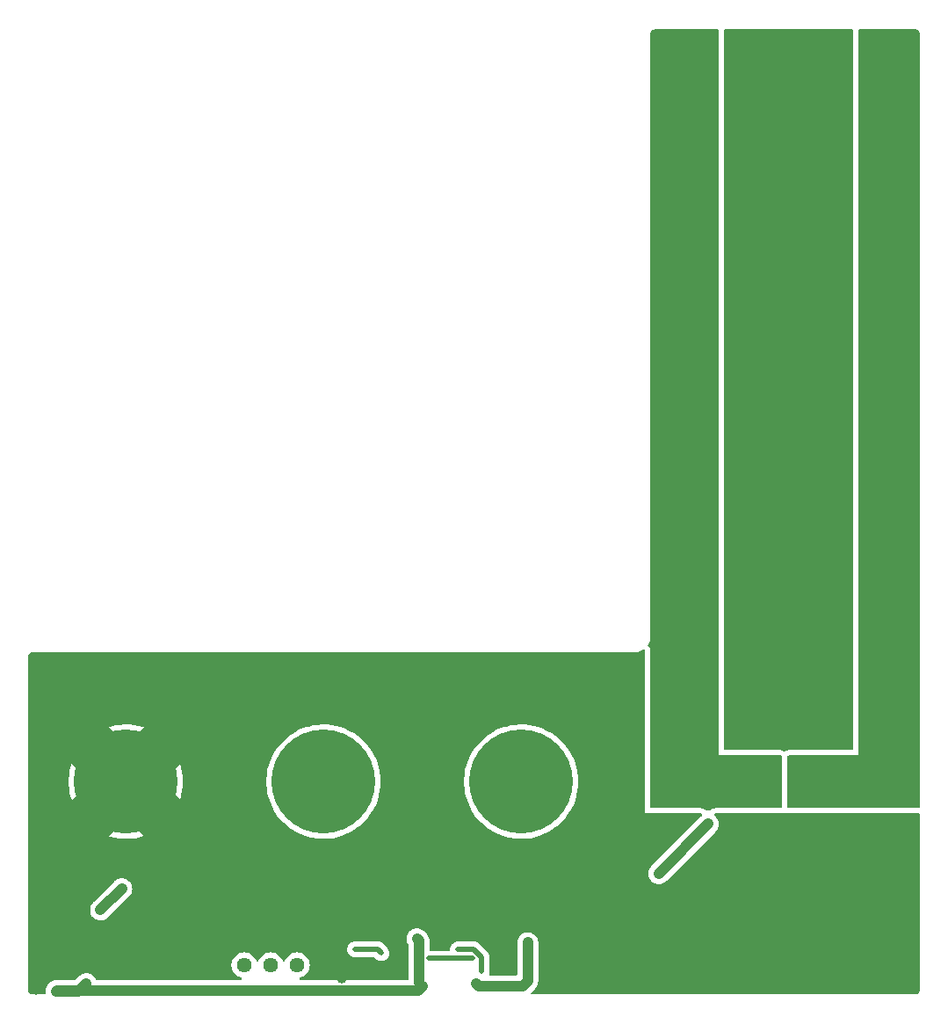
<source format=gbl>
G04 #@! TF.GenerationSoftware,KiCad,Pcbnew,(6.0.8-1)-1*
G04 #@! TF.CreationDate,2022-10-22T21:37:00+02:00*
G04 #@! TF.ProjectId,shunt_regulator,7368756e-745f-4726-9567-756c61746f72,rev?*
G04 #@! TF.SameCoordinates,Original*
G04 #@! TF.FileFunction,Copper,L2,Bot*
G04 #@! TF.FilePolarity,Positive*
%FSLAX46Y46*%
G04 Gerber Fmt 4.6, Leading zero omitted, Abs format (unit mm)*
G04 Created by KiCad (PCBNEW (6.0.8-1)-1) date 2022-10-22 21:37:00*
%MOMM*%
%LPD*%
G01*
G04 APERTURE LIST*
G04 #@! TA.AperFunction,ComponentPad*
%ADD10C,10.000000*%
G04 #@! TD*
G04 #@! TA.AperFunction,ComponentPad*
%ADD11C,1.440000*%
G04 #@! TD*
G04 #@! TA.AperFunction,ViaPad*
%ADD12C,1.000000*%
G04 #@! TD*
G04 #@! TA.AperFunction,ViaPad*
%ADD13C,0.500000*%
G04 #@! TD*
G04 #@! TA.AperFunction,ViaPad*
%ADD14C,0.800000*%
G04 #@! TD*
G04 #@! TA.AperFunction,Conductor*
%ADD15C,5.000000*%
G04 #@! TD*
G04 #@! TA.AperFunction,Conductor*
%ADD16C,1.000000*%
G04 #@! TD*
G04 #@! TA.AperFunction,Conductor*
%ADD17C,0.500000*%
G04 #@! TD*
G04 APERTURE END LIST*
D10*
X19050000Y0D03*
X0Y0D03*
X-19050000Y0D03*
D11*
X-7630000Y-17669000D03*
X-5090000Y-17669000D03*
X-2550000Y-17669000D03*
D12*
X-19431000Y-10303000D03*
X-21474528Y-12346528D03*
X1778000Y-18905000D03*
X9017000Y-15129000D03*
X9525000Y-19701000D03*
X19685000Y-15510000D03*
X14732000Y-19447000D03*
X45466000Y-4461000D03*
X44218000Y-4461000D03*
X45593000Y-6620000D03*
X28702000Y-19574000D03*
X22987000Y-11573000D03*
D13*
X12992544Y-16162561D03*
X15240000Y-18304000D03*
X14351000Y-17034000D03*
X10160000Y-17034000D03*
D12*
X16510000Y-14367000D03*
D13*
X3048000Y-16145000D03*
X5588000Y-16526000D03*
D12*
X9779000Y-13859000D03*
X1143000Y-13605000D03*
X-6096000Y-13859000D03*
X-22860000Y-19447000D03*
X-25781000Y-20209000D03*
X-27686000Y-20082000D03*
X44218000Y-6620000D03*
X47752000Y-8652000D03*
X46228000Y-8652000D03*
X44704000Y-8652000D03*
X43180000Y-8652000D03*
X41656000Y-8652000D03*
X32319611Y-8844389D03*
X37084000Y-4080000D03*
X49072000Y-18000000D03*
X47548000Y-18000000D03*
X46024000Y-18000000D03*
X44500000Y-18000000D03*
X42976000Y-18000000D03*
X41452000Y-18000000D03*
X39928000Y-18000000D03*
D14*
X54888000Y65612000D03*
X54888000Y56612000D03*
X56388000Y8612000D03*
X54888000Y50612000D03*
X56388000Y68612000D03*
X56388000Y71612000D03*
X54888000Y34112000D03*
X56388000Y32612000D03*
X56388000Y49112000D03*
X56388000Y43112000D03*
X54888000Y40112000D03*
X56388000Y29612000D03*
X56388000Y41612000D03*
X56388000Y40112000D03*
X54888000Y26612000D03*
X54888000Y59612000D03*
X54888000Y32612000D03*
X54888000Y41612000D03*
X56388000Y28112000D03*
X56388000Y37112000D03*
X54888000Y67112000D03*
X54888000Y17612000D03*
X54888000Y29612000D03*
X54888000Y46112000D03*
X56388000Y16112000D03*
X56388000Y26612000D03*
X56388000Y34112000D03*
X56388000Y50612000D03*
X54888000Y52112000D03*
X54888000Y13112000D03*
X56388000Y10112000D03*
X54888000Y43112000D03*
X56388000Y23612000D03*
X56388000Y19112000D03*
X54888000Y20612000D03*
X54888000Y25112000D03*
X56388000Y70112000D03*
X56388000Y67112000D03*
X56388000Y7112000D03*
X54888000Y8612000D03*
X56388000Y20612000D03*
X54888000Y68612000D03*
X54888000Y64112000D03*
X56388000Y52112000D03*
X56388000Y13112000D03*
X56388000Y62612000D03*
X54888000Y47612000D03*
X54888000Y11612000D03*
X54888000Y70112000D03*
X56388000Y31112000D03*
X56388000Y35612000D03*
X54888000Y28112000D03*
X56388000Y25112000D03*
X56388000Y61112000D03*
X54888000Y16112000D03*
X54888000Y35612000D03*
X56388000Y64112000D03*
X56388000Y56612000D03*
X54888000Y37112000D03*
X54888000Y38612000D03*
X54888000Y7112000D03*
X56388000Y53612000D03*
X54888000Y62612000D03*
X56388000Y47612000D03*
X56388000Y59612000D03*
X54888000Y61112000D03*
X56388000Y55112000D03*
X54888000Y19112000D03*
X56388000Y38612000D03*
X54888000Y23612000D03*
X54888000Y53612000D03*
X54888000Y49112000D03*
X56388000Y17612000D03*
X54888000Y10112000D03*
X56388000Y65612000D03*
X54888000Y55112000D03*
X56388000Y58112000D03*
X54888000Y58112000D03*
X56388000Y46112000D03*
X56388000Y44612000D03*
X56388000Y22112000D03*
X54888000Y22112000D03*
X54888000Y44612000D03*
X56388000Y11612000D03*
X54888000Y14612000D03*
X54888000Y31112000D03*
X54888000Y71612000D03*
X56388000Y14612000D03*
X34544000Y14612000D03*
X33044000Y10112000D03*
X33044000Y16112000D03*
X34544000Y25112000D03*
X33044000Y19112000D03*
X33044000Y22112000D03*
X33044000Y23612000D03*
X34544000Y10112000D03*
X33044000Y13112000D03*
X34544000Y13112000D03*
X33044000Y25112000D03*
X33044000Y8612000D03*
X34544000Y17612000D03*
X34544000Y19112000D03*
X34544000Y20612000D03*
X33044000Y20612000D03*
X34544000Y16112000D03*
X34544000Y11612000D03*
X33044000Y11612000D03*
X33044000Y14612000D03*
X34544000Y22112000D03*
X33044000Y17612000D03*
X34544000Y23612000D03*
X34544000Y26612000D03*
X33044000Y26612000D03*
X33044000Y32612000D03*
X33044000Y41612000D03*
X33044000Y50612000D03*
X34544000Y32612000D03*
X34544000Y40112000D03*
X34544000Y29612000D03*
X34544000Y41612000D03*
X33044000Y40112000D03*
X34544000Y34112000D03*
X33044000Y43112000D03*
X33044000Y35612000D03*
X34544000Y28112000D03*
X33044000Y38612000D03*
X34544000Y38612000D03*
X34544000Y31112000D03*
X34544000Y43112000D03*
X33044000Y28112000D03*
X33044000Y37112000D03*
X34544000Y50612000D03*
X33044000Y46112000D03*
X33044000Y44612000D03*
X34544000Y44612000D03*
X34544000Y35612000D03*
X34544000Y46112000D03*
X33044000Y47612000D03*
X34544000Y47612000D03*
X34544000Y37112000D03*
X33044000Y49112000D03*
X33044000Y34112000D03*
X34544000Y49112000D03*
X33044000Y29612000D03*
X33044000Y31112000D03*
X33044000Y7112000D03*
X34544000Y8612000D03*
X34544000Y7112000D03*
X33044000Y71612000D03*
X34544000Y68612000D03*
X34544000Y56612000D03*
X34544000Y58112000D03*
X33044000Y61112000D03*
X33044000Y67112000D03*
X33044000Y65612000D03*
X33044000Y56612000D03*
X34544000Y71612000D03*
X34544000Y59612000D03*
X33044000Y70112000D03*
X33044000Y59612000D03*
X34544000Y70112000D03*
X34544000Y67112000D03*
X34544000Y65612000D03*
X34544000Y61112000D03*
X33044000Y62612000D03*
X33044000Y58112000D03*
X33044000Y68612000D03*
X34544000Y52112000D03*
X33044000Y55112000D03*
X34544000Y64112000D03*
X33044000Y53612000D03*
X34544000Y55112000D03*
X34544000Y53612000D03*
X34544000Y62612000D03*
X33044000Y52112000D03*
X33044000Y64112000D03*
X47656000Y7112000D03*
X46156000Y7112000D03*
X44656000Y7112000D03*
X43156000Y7112000D03*
X41656000Y7112000D03*
X47656000Y8612000D03*
X46156000Y8612000D03*
X44656000Y8612000D03*
X43156000Y8612000D03*
X41656000Y8612000D03*
X47656000Y10112000D03*
X46156000Y10112000D03*
X44656000Y10112000D03*
X43156000Y10112000D03*
X41656000Y10112000D03*
X47656000Y11612000D03*
X46156000Y11612000D03*
X44656000Y11612000D03*
X43156000Y11612000D03*
X41656000Y11612000D03*
X47656000Y13112000D03*
X46156000Y13112000D03*
X44656000Y13112000D03*
X43156000Y13112000D03*
X41656000Y13112000D03*
X47656000Y14612000D03*
X46156000Y14612000D03*
X44656000Y14612000D03*
X43156000Y14612000D03*
X41656000Y14612000D03*
X47656000Y16112000D03*
X46156000Y16112000D03*
X44656000Y16112000D03*
X43156000Y16112000D03*
X41656000Y16112000D03*
X47656000Y17612000D03*
X46156000Y17612000D03*
X44656000Y17612000D03*
X43156000Y17612000D03*
X41656000Y17612000D03*
X47656000Y19112000D03*
X46156000Y19112000D03*
X44656000Y19112000D03*
X43156000Y19112000D03*
X41656000Y19112000D03*
X47656000Y20612000D03*
X46156000Y20612000D03*
X44656000Y20612000D03*
X43156000Y20612000D03*
X41656000Y20612000D03*
X47656000Y22112000D03*
X46156000Y22112000D03*
X44656000Y22112000D03*
X43156000Y22112000D03*
X41656000Y22112000D03*
X47656000Y23612000D03*
X46156000Y23612000D03*
X44656000Y23612000D03*
X43156000Y23612000D03*
X41656000Y23612000D03*
X47656000Y25112000D03*
X46156000Y25112000D03*
X44656000Y25112000D03*
X43156000Y25112000D03*
X41656000Y25112000D03*
X47656000Y26612000D03*
X46156000Y26612000D03*
X44656000Y26612000D03*
X43156000Y26612000D03*
X41656000Y26612000D03*
X47656000Y28112000D03*
X46156000Y28112000D03*
X44656000Y28112000D03*
X43156000Y28112000D03*
X41656000Y28112000D03*
X47656000Y29612000D03*
X46156000Y29612000D03*
X44656000Y29612000D03*
X43156000Y29612000D03*
X41656000Y29612000D03*
X47656000Y31112000D03*
X46156000Y31112000D03*
X44656000Y31112000D03*
X43156000Y31112000D03*
X41656000Y31112000D03*
X47656000Y32612000D03*
X46156000Y32612000D03*
X44656000Y32612000D03*
X43156000Y32612000D03*
X41656000Y32612000D03*
X47656000Y34112000D03*
X46156000Y34112000D03*
X44656000Y34112000D03*
X43156000Y34112000D03*
X41656000Y34112000D03*
X47656000Y35612000D03*
X46156000Y35612000D03*
X44656000Y35612000D03*
X43156000Y35612000D03*
X41656000Y35612000D03*
X47656000Y37112000D03*
X46156000Y37112000D03*
X44656000Y37112000D03*
X43156000Y37112000D03*
X41656000Y37112000D03*
X47656000Y38612000D03*
X46156000Y38612000D03*
X44656000Y38612000D03*
X43156000Y38612000D03*
X41656000Y38612000D03*
X47656000Y40112000D03*
X46156000Y40112000D03*
X44656000Y40112000D03*
X43156000Y40112000D03*
X41656000Y40112000D03*
X47656000Y41612000D03*
X46156000Y41612000D03*
X44656000Y41612000D03*
X43156000Y41612000D03*
X41656000Y41612000D03*
X47656000Y43112000D03*
X46156000Y43112000D03*
X44656000Y43112000D03*
X43156000Y43112000D03*
X41656000Y43112000D03*
X47656000Y44612000D03*
X46156000Y44612000D03*
X44656000Y44612000D03*
X43156000Y44612000D03*
X41656000Y44612000D03*
X47656000Y46112000D03*
X46156000Y46112000D03*
X44656000Y46112000D03*
X43156000Y46112000D03*
X41656000Y46112000D03*
X47656000Y47612000D03*
X46156000Y47612000D03*
X44656000Y47612000D03*
X43156000Y47612000D03*
X41656000Y47612000D03*
X47656000Y49112000D03*
X46156000Y49112000D03*
X44656000Y49112000D03*
X43156000Y49112000D03*
X41656000Y49112000D03*
X47656000Y50612000D03*
X46156000Y50612000D03*
X44656000Y50612000D03*
X43156000Y50612000D03*
X41656000Y50612000D03*
X47656000Y52112000D03*
X46156000Y52112000D03*
X44656000Y52112000D03*
X43156000Y52112000D03*
X41656000Y52112000D03*
X47656000Y53612000D03*
X46156000Y53612000D03*
X44656000Y53612000D03*
X43156000Y53612000D03*
X41656000Y53612000D03*
X47656000Y55112000D03*
X46156000Y55112000D03*
X44656000Y55112000D03*
X43156000Y55112000D03*
X41656000Y55112000D03*
X47656000Y56612000D03*
X46156000Y56612000D03*
X44656000Y56612000D03*
X43156000Y56612000D03*
X41656000Y56612000D03*
X47656000Y58112000D03*
X46156000Y58112000D03*
X44656000Y58112000D03*
X43156000Y58112000D03*
X41656000Y58112000D03*
X47656000Y59612000D03*
X46156000Y59612000D03*
X44656000Y59612000D03*
X43156000Y59612000D03*
X41656000Y59612000D03*
X47656000Y61112000D03*
X46156000Y61112000D03*
X44656000Y61112000D03*
X43156000Y61112000D03*
X41656000Y61112000D03*
X47656000Y62612000D03*
X46156000Y62612000D03*
X44656000Y62612000D03*
X43156000Y62612000D03*
X41656000Y62612000D03*
X47656000Y64112000D03*
X46156000Y64112000D03*
X44656000Y64112000D03*
X43156000Y64112000D03*
X41656000Y64112000D03*
X47656000Y65612000D03*
X46156000Y65612000D03*
X44656000Y65612000D03*
X43156000Y65612000D03*
X41656000Y65612000D03*
X47656000Y67112000D03*
X46156000Y67112000D03*
X44656000Y67112000D03*
X43156000Y67112000D03*
X41656000Y67112000D03*
X47656000Y68612000D03*
X46156000Y68612000D03*
X44656000Y68612000D03*
X43156000Y68612000D03*
X41656000Y68612000D03*
X47656000Y70112000D03*
X46156000Y70112000D03*
X44656000Y70112000D03*
X43156000Y70112000D03*
X41656000Y70112000D03*
X47656000Y71612000D03*
X46156000Y71612000D03*
X44656000Y71612000D03*
X43156000Y71612000D03*
X41656000Y71612000D03*
D15*
X-14050001Y-4999999D02*
X-14000000Y-5000000D01*
X-19050000Y0D02*
X-14050001Y-4999999D01*
X-19050000Y-50000D02*
X-24000000Y-5000000D01*
X-19050000Y0D02*
X-19050000Y-50000D01*
X-19050000Y50000D02*
X-24000000Y5000000D01*
X-19050000Y0D02*
X-19050000Y50000D01*
X-14050001Y4999999D02*
X-14000000Y5000000D01*
X-19050000Y0D02*
X-14050001Y4999999D01*
D16*
X-21474528Y-12346528D02*
X-19431000Y-10303000D01*
X9525000Y-19701000D02*
X9121000Y-20105000D01*
X9121000Y-20105000D02*
X-25677000Y-20105000D01*
X-25677000Y-20105000D02*
X-25781000Y-20209000D01*
X9210000Y-19386000D02*
X9210000Y-15322000D01*
X9210000Y-15322000D02*
X9017000Y-15129000D01*
X14986000Y-19701000D02*
X14732000Y-19447000D01*
X19177000Y-19701000D02*
X14986000Y-19701000D01*
X19685000Y-15510000D02*
X19685000Y-19193000D01*
X19685000Y-19193000D02*
X19177000Y-19701000D01*
D17*
X15240000Y-18304000D02*
X15240000Y-16933051D01*
X14451949Y-16145000D02*
X12974983Y-16145000D01*
X15240000Y-16933051D02*
X14451949Y-16145000D01*
X12974983Y-16145000D02*
X12992544Y-16162561D01*
X10160000Y-17034000D02*
X14351000Y-17034000D01*
X5207000Y-16145000D02*
X5588000Y-16526000D01*
X3048000Y-16145000D02*
X5207000Y-16145000D01*
D16*
X-25781000Y-20209000D02*
X-23622000Y-20209000D01*
X-23622000Y-20209000D02*
X-22860000Y-19447000D01*
X37084000Y-4080000D02*
X32319611Y-8844389D01*
G04 #@! TA.AperFunction,Conductor*
G36*
X50990621Y72471498D02*
G01*
X51037114Y72417842D01*
X51048500Y72365500D01*
X51048500Y3163500D01*
X51028498Y3095379D01*
X50974842Y3048886D01*
X50922500Y3037500D01*
X44830000Y3037500D01*
X44826654Y3037140D01*
X44826649Y3037140D01*
X44724215Y3026128D01*
X44724208Y3026127D01*
X44720851Y3025766D01*
X44717551Y3025048D01*
X44717550Y3025048D01*
X44671790Y3015094D01*
X44671785Y3015093D01*
X44668509Y3014380D01*
X44564343Y2979710D01*
X44557711Y2975448D01*
X44557709Y2975447D01*
X44518427Y2950202D01*
X44450306Y2930201D01*
X44397966Y2941587D01*
X44309036Y2982200D01*
X44277290Y2996698D01*
X44253536Y3003673D01*
X44213492Y3015431D01*
X44213488Y3015432D01*
X44209169Y3016700D01*
X44204720Y3017340D01*
X44204714Y3017341D01*
X44068947Y3036861D01*
X44068942Y3036861D01*
X44064500Y3037500D01*
X38739500Y3037500D01*
X38671379Y3057502D01*
X38624886Y3111158D01*
X38613500Y3163500D01*
X38613500Y72365500D01*
X38633502Y72433621D01*
X38687158Y72480114D01*
X38739500Y72491500D01*
X50922500Y72491500D01*
X50990621Y72471498D01*
G37*
G04 #@! TD.AperFunction*
G04 #@! TA.AperFunction,Conductor*
G36*
X38042121Y72471498D02*
G01*
X38088614Y72417842D01*
X38100000Y72365500D01*
X38100000Y2524000D01*
X44064500Y2524000D01*
X44132621Y2503998D01*
X44179114Y2450342D01*
X44190500Y2398000D01*
X44190500Y-2424500D01*
X44170498Y-2492621D01*
X44116842Y-2539114D01*
X44064500Y-2550500D01*
X37788211Y-2550500D01*
X37746621Y-2552187D01*
X37745340Y-2552291D01*
X37745325Y-2552292D01*
X37727554Y-2553736D01*
X37727535Y-2553738D01*
X37726279Y-2553840D01*
X37704119Y-2556549D01*
X37690712Y-2558187D01*
X37690710Y-2558187D01*
X37684970Y-2558889D01*
X37679454Y-2560625D01*
X37679455Y-2560625D01*
X37549841Y-2601423D01*
X37549838Y-2601424D01*
X37545556Y-2602772D01*
X37541507Y-2604717D01*
X37541501Y-2604719D01*
X37485618Y-2631559D01*
X37481558Y-2633509D01*
X37360149Y-2714896D01*
X37332792Y-2747732D01*
X37318693Y-2764654D01*
X37259721Y-2804186D01*
X37221889Y-2810000D01*
X36948011Y-2810000D01*
X36879890Y-2789998D01*
X36852787Y-2766513D01*
X36839454Y-2751126D01*
X36839453Y-2751125D01*
X36836513Y-2747732D01*
X36792826Y-2709877D01*
X36732864Y-2657919D01*
X36732861Y-2657917D01*
X36726053Y-2652018D01*
X36593104Y-2591302D01*
X36569350Y-2584327D01*
X36529306Y-2572569D01*
X36529302Y-2572568D01*
X36524983Y-2571300D01*
X36520534Y-2570660D01*
X36520528Y-2570659D01*
X36384761Y-2551139D01*
X36384756Y-2551139D01*
X36380314Y-2550500D01*
X31627500Y-2550500D01*
X31559379Y-2530498D01*
X31512886Y-2476842D01*
X31501500Y-2424500D01*
X31501500Y12608390D01*
X31498971Y12636654D01*
X31493593Y12696759D01*
X31493592Y12696769D01*
X31493342Y12699559D01*
X31485398Y12743592D01*
X31461178Y12831877D01*
X31391131Y12960156D01*
X31375235Y12981390D01*
X31351289Y13013378D01*
X31351287Y13013380D01*
X31348584Y13016991D01*
X31307514Y13058061D01*
X31273488Y13120373D01*
X31278553Y13191188D01*
X31286022Y13207542D01*
X31375685Y13371746D01*
X31427657Y13511090D01*
X31449519Y13569703D01*
X31449520Y13569706D01*
X31451092Y13573921D01*
X31496959Y13784770D01*
X31509459Y13959535D01*
X31510884Y13971446D01*
X31512769Y13982648D01*
X31512770Y13982655D01*
X31513576Y13987448D01*
X31513729Y14000000D01*
X31509773Y14027624D01*
X31508500Y14045486D01*
X31508500Y14991377D01*
X31508502Y14992147D01*
X31508952Y15065785D01*
X31508952Y15065786D01*
X31508976Y15069721D01*
X31508592Y15071065D01*
X31508500Y15072410D01*
X31508500Y71946750D01*
X31510246Y71967655D01*
X31512770Y71982656D01*
X31512770Y71982659D01*
X31513576Y71987448D01*
X31513729Y72000000D01*
X31513040Y72004812D01*
X31512723Y72009673D01*
X31513008Y72009692D01*
X31512607Y72036451D01*
X31519234Y72095264D01*
X31525513Y72122771D01*
X31552485Y72199853D01*
X31564727Y72225274D01*
X31608178Y72294426D01*
X31625770Y72316485D01*
X31683515Y72374230D01*
X31705574Y72391822D01*
X31774726Y72435273D01*
X31800147Y72447515D01*
X31877228Y72474487D01*
X31904736Y72480766D01*
X31960226Y72487018D01*
X31975868Y72486923D01*
X31975879Y72487800D01*
X31984851Y72487690D01*
X31993724Y72486309D01*
X32002626Y72487473D01*
X32002628Y72487473D01*
X32017677Y72489441D01*
X32025286Y72490436D01*
X32041621Y72491500D01*
X37974000Y72491500D01*
X38042121Y72471498D01*
G37*
G04 #@! TD.AperFunction*
G04 #@! TA.AperFunction,Conductor*
G36*
X56970018Y72490000D02*
G01*
X56984852Y72487690D01*
X56984855Y72487690D01*
X56993724Y72486309D01*
X57002626Y72487473D01*
X57002750Y72487489D01*
X57033192Y72487760D01*
X57046070Y72486309D01*
X57095264Y72480766D01*
X57122771Y72474487D01*
X57199853Y72447515D01*
X57225274Y72435273D01*
X57294426Y72391822D01*
X57316485Y72374230D01*
X57374230Y72316485D01*
X57391822Y72294426D01*
X57435273Y72225274D01*
X57447515Y72199853D01*
X57474487Y72122772D01*
X57480766Y72095264D01*
X57487018Y72039774D01*
X57486923Y72024132D01*
X57487800Y72024121D01*
X57487690Y72015149D01*
X57486309Y72006276D01*
X57487473Y71997374D01*
X57487473Y71997372D01*
X57490436Y71974717D01*
X57491500Y71958379D01*
X57491500Y-2424500D01*
X57471498Y-2492621D01*
X57417842Y-2539114D01*
X57365500Y-2550500D01*
X44830000Y-2550500D01*
X44761879Y-2530498D01*
X44715386Y-2476842D01*
X44704000Y-2424500D01*
X44704000Y2398000D01*
X44724002Y2466121D01*
X44777658Y2512614D01*
X44830000Y2524000D01*
X51562000Y2524000D01*
X51562000Y72365500D01*
X51582002Y72433621D01*
X51635658Y72480114D01*
X51688000Y72491500D01*
X56950633Y72491500D01*
X56970018Y72490000D01*
G37*
G04 #@! TD.AperFunction*
G04 #@! TA.AperFunction,Conductor*
G36*
X30937509Y12709258D02*
G01*
X30980056Y12652423D01*
X30988000Y12608390D01*
X30988000Y-3064000D01*
X36380314Y-3064000D01*
X36448435Y-3084002D01*
X36494928Y-3137658D01*
X36505032Y-3207932D01*
X36475538Y-3272512D01*
X36459266Y-3288196D01*
X36453699Y-3292672D01*
X36453356Y-3292948D01*
X36413773Y-3324546D01*
X36413767Y-3324552D01*
X36411028Y-3326738D01*
X36410113Y-3327653D01*
X36408691Y-3328859D01*
X36379783Y-3352102D01*
X36374975Y-3355968D01*
X36342928Y-3394160D01*
X36335502Y-3402264D01*
X31650232Y-8087534D01*
X31640089Y-8096636D01*
X31610586Y-8120357D01*
X31606619Y-8125085D01*
X31578320Y-8158810D01*
X31575139Y-8162458D01*
X31573496Y-8164270D01*
X31571302Y-8166464D01*
X31543969Y-8199738D01*
X31543307Y-8200536D01*
X31483457Y-8271863D01*
X31480889Y-8276533D01*
X31477508Y-8280650D01*
X31446471Y-8338534D01*
X31433634Y-8362475D01*
X31433005Y-8363634D01*
X31391149Y-8439770D01*
X31391146Y-8439778D01*
X31388178Y-8445176D01*
X31386566Y-8450258D01*
X31384049Y-8454952D01*
X31356849Y-8543920D01*
X31356529Y-8544948D01*
X31328376Y-8633695D01*
X31327782Y-8638991D01*
X31326224Y-8644087D01*
X31325601Y-8650223D01*
X31316830Y-8736567D01*
X31316697Y-8737816D01*
X31306330Y-8830240D01*
X31306776Y-8835548D01*
X31306237Y-8840851D01*
X31306817Y-8846982D01*
X31314986Y-8933405D01*
X31315103Y-8934720D01*
X31322879Y-9027323D01*
X31324349Y-9032449D01*
X31324850Y-9037751D01*
X31326610Y-9043654D01*
X31351403Y-9126822D01*
X31351771Y-9128080D01*
X31377394Y-9217439D01*
X31379830Y-9222178D01*
X31381352Y-9227285D01*
X31424756Y-9309610D01*
X31425277Y-9310610D01*
X31467798Y-9393345D01*
X31471107Y-9397520D01*
X31473593Y-9402235D01*
X31532029Y-9474397D01*
X31532853Y-9475426D01*
X31564759Y-9515681D01*
X31590646Y-9548342D01*
X31594708Y-9551799D01*
X31598058Y-9555936D01*
X31602793Y-9559881D01*
X31602797Y-9559885D01*
X31669377Y-9615356D01*
X31670387Y-9616207D01*
X31736565Y-9672529D01*
X31736569Y-9672532D01*
X31741261Y-9676525D01*
X31745916Y-9679127D01*
X31750007Y-9682535D01*
X31831614Y-9727029D01*
X31832769Y-9727667D01*
X31908522Y-9770005D01*
X31908526Y-9770007D01*
X31913905Y-9773013D01*
X31918972Y-9774659D01*
X31923652Y-9777211D01*
X32012452Y-9805039D01*
X32013560Y-9805393D01*
X32102003Y-9834129D01*
X32107291Y-9834760D01*
X32112379Y-9836354D01*
X32118506Y-9837020D01*
X32118508Y-9837020D01*
X32204719Y-9846385D01*
X32206031Y-9846534D01*
X32288654Y-9856386D01*
X32298388Y-9857547D01*
X32303705Y-9857138D01*
X32308999Y-9857713D01*
X32369649Y-9852407D01*
X32401580Y-9849614D01*
X32402893Y-9849506D01*
X32489440Y-9842846D01*
X32489443Y-9842846D01*
X32495583Y-9842373D01*
X32500713Y-9840941D01*
X32506024Y-9840476D01*
X32595317Y-9814533D01*
X32596582Y-9814173D01*
X32680143Y-9790843D01*
X32680144Y-9790843D01*
X32686074Y-9789187D01*
X32690830Y-9786785D01*
X32695947Y-9785298D01*
X32778458Y-9742528D01*
X32779626Y-9741930D01*
X32857104Y-9702794D01*
X32857106Y-9702793D01*
X32862607Y-9700014D01*
X32866806Y-9696733D01*
X32871537Y-9694281D01*
X32944263Y-9636225D01*
X32945295Y-9635411D01*
X33013597Y-9582048D01*
X33013598Y-9582047D01*
X33018458Y-9578250D01*
X33056284Y-9534428D01*
X33062571Y-9527664D01*
X37747801Y-4842434D01*
X37759323Y-4832240D01*
X37777986Y-4817659D01*
X37777987Y-4817658D01*
X37782847Y-4813861D01*
X37820673Y-4770039D01*
X37826960Y-4763275D01*
X37832310Y-4757925D01*
X37834264Y-4755546D01*
X37834276Y-4755533D01*
X37854557Y-4730843D01*
X37856538Y-4728490D01*
X37908052Y-4668809D01*
X37912078Y-4664145D01*
X37915121Y-4658788D01*
X37918674Y-4653752D01*
X37918926Y-4653930D01*
X37919020Y-4653793D01*
X37918763Y-4653621D01*
X37922189Y-4648503D01*
X37926103Y-4643738D01*
X37966275Y-4568817D01*
X37967760Y-4566128D01*
X38006725Y-4497537D01*
X38009769Y-4492179D01*
X38011714Y-4486331D01*
X38014220Y-4480704D01*
X38014505Y-4480831D01*
X38014571Y-4480678D01*
X38014283Y-4480558D01*
X38016653Y-4474865D01*
X38019563Y-4469437D01*
X38044421Y-4388133D01*
X38045356Y-4385202D01*
X38070252Y-4310361D01*
X38070253Y-4310358D01*
X38072197Y-4304513D01*
X38072970Y-4298396D01*
X38074333Y-4292394D01*
X38074638Y-4292463D01*
X38074673Y-4292299D01*
X38074368Y-4292237D01*
X38075587Y-4286194D01*
X38077388Y-4280302D01*
X38085983Y-4195680D01*
X38086332Y-4192620D01*
X38096542Y-4111798D01*
X38096985Y-4108295D01*
X38097164Y-4095454D01*
X38097272Y-4087778D01*
X38097272Y-4087776D01*
X38097324Y-4084032D01*
X38097374Y-4083537D01*
X38097336Y-4083137D01*
X38097380Y-4080000D01*
X38087919Y-3983506D01*
X38078762Y-3886638D01*
X38078253Y-3884930D01*
X38078080Y-3883167D01*
X38050221Y-3790894D01*
X38050094Y-3790472D01*
X38041251Y-3760808D01*
X38022260Y-3697103D01*
X38021427Y-3695523D01*
X38020916Y-3693831D01*
X37975445Y-3608312D01*
X37930018Y-3522153D01*
X37928900Y-3520772D01*
X37928066Y-3519204D01*
X37866701Y-3443963D01*
X37852712Y-3426688D01*
X37809272Y-3373043D01*
X37809265Y-3373036D01*
X37805553Y-3368452D01*
X37804187Y-3367314D01*
X37803065Y-3365938D01*
X37791014Y-3355968D01*
X37728426Y-3304191D01*
X37728088Y-3303909D01*
X37707557Y-3286803D01*
X37668024Y-3227831D01*
X37666651Y-3156848D01*
X37703871Y-3096390D01*
X37767869Y-3065653D01*
X37788211Y-3064000D01*
X57365500Y-3064000D01*
X57433621Y-3084002D01*
X57480114Y-3137658D01*
X57491500Y-3190000D01*
X57491500Y-19950633D01*
X57490000Y-19970018D01*
X57489269Y-19974716D01*
X57486309Y-19993724D01*
X57487473Y-20002626D01*
X57487489Y-20002750D01*
X57487760Y-20033193D01*
X57480766Y-20095264D01*
X57474487Y-20122771D01*
X57447515Y-20199853D01*
X57435273Y-20225274D01*
X57391822Y-20294426D01*
X57374230Y-20316485D01*
X57316485Y-20374230D01*
X57294426Y-20391822D01*
X57225274Y-20435273D01*
X57199853Y-20447515D01*
X57122772Y-20474487D01*
X57095264Y-20480766D01*
X57039774Y-20487018D01*
X57024132Y-20486923D01*
X57024121Y-20487800D01*
X57015149Y-20487690D01*
X57006276Y-20486309D01*
X56997374Y-20487473D01*
X56997372Y-20487473D01*
X56986385Y-20488910D01*
X56974714Y-20490436D01*
X56958379Y-20491500D01*
X20116925Y-20491500D01*
X20048804Y-20471498D01*
X20002311Y-20417842D01*
X19992207Y-20347568D01*
X20021701Y-20282988D01*
X20027830Y-20276405D01*
X20354384Y-19949851D01*
X20364527Y-19940749D01*
X20389218Y-19920897D01*
X20394025Y-19917032D01*
X20426312Y-19878554D01*
X20429467Y-19874938D01*
X20431123Y-19873112D01*
X20433309Y-19870926D01*
X20435264Y-19868546D01*
X20435273Y-19868536D01*
X20460576Y-19837732D01*
X20461418Y-19836717D01*
X20517194Y-19770245D01*
X20521154Y-19765526D01*
X20523723Y-19760852D01*
X20527102Y-19756739D01*
X20570975Y-19674915D01*
X20571584Y-19673793D01*
X20590682Y-19639055D01*
X20616433Y-19592213D01*
X20618045Y-19587131D01*
X20620562Y-19582437D01*
X20647762Y-19493469D01*
X20648108Y-19492358D01*
X20649424Y-19488212D01*
X20676235Y-19403694D01*
X20676829Y-19398398D01*
X20678387Y-19393302D01*
X20687785Y-19300778D01*
X20687905Y-19299658D01*
X20693500Y-19249773D01*
X20693500Y-19246246D01*
X20693556Y-19245243D01*
X20694003Y-19239559D01*
X20698373Y-19196538D01*
X20694059Y-19150899D01*
X20693500Y-19139043D01*
X20693500Y-15581722D01*
X20694492Y-15565944D01*
X20697985Y-15538295D01*
X20698202Y-15522767D01*
X20698331Y-15513523D01*
X20698331Y-15513520D01*
X20698380Y-15510000D01*
X20679080Y-15313167D01*
X20621916Y-15123831D01*
X20618084Y-15116623D01*
X20531959Y-14954645D01*
X20529066Y-14949204D01*
X20458709Y-14862938D01*
X20407960Y-14800713D01*
X20407957Y-14800710D01*
X20404065Y-14795938D01*
X20397724Y-14790692D01*
X20256425Y-14673799D01*
X20256421Y-14673797D01*
X20251675Y-14669870D01*
X20077701Y-14575802D01*
X19888768Y-14517318D01*
X19882643Y-14516674D01*
X19882642Y-14516674D01*
X19698204Y-14497289D01*
X19698202Y-14497289D01*
X19692075Y-14496645D01*
X19609576Y-14504153D01*
X19501251Y-14514011D01*
X19501248Y-14514012D01*
X19495112Y-14514570D01*
X19489206Y-14516308D01*
X19489202Y-14516309D01*
X19384076Y-14547249D01*
X19305381Y-14570410D01*
X19299923Y-14573263D01*
X19299919Y-14573265D01*
X19233597Y-14607938D01*
X19130110Y-14662040D01*
X18975975Y-14785968D01*
X18848846Y-14937474D01*
X18845879Y-14942872D01*
X18845875Y-14942877D01*
X18795234Y-15034994D01*
X18753567Y-15110787D01*
X18751706Y-15116654D01*
X18751705Y-15116656D01*
X18745700Y-15135587D01*
X18693765Y-15299306D01*
X18689342Y-15338737D01*
X18679623Y-15425393D01*
X18678604Y-15434474D01*
X18671719Y-15495851D01*
X18672613Y-15506495D01*
X18676058Y-15547524D01*
X18676500Y-15558067D01*
X18676500Y-18566500D01*
X18656498Y-18634621D01*
X18602842Y-18681114D01*
X18550500Y-18692500D01*
X16086498Y-18692500D01*
X16018377Y-18672498D01*
X15971884Y-18618842D01*
X15961780Y-18548568D01*
X15968709Y-18521759D01*
X15976818Y-18500412D01*
X15976820Y-18500403D01*
X15979319Y-18493825D01*
X15984744Y-18455224D01*
X15985001Y-18453395D01*
X15987386Y-18440984D01*
X15996473Y-18403848D01*
X15996474Y-18403842D01*
X15997808Y-18398390D01*
X15998500Y-18387236D01*
X15998500Y-18366151D01*
X15999726Y-18348615D01*
X16002452Y-18329221D01*
X16002452Y-18329218D01*
X16003001Y-18325313D01*
X16003299Y-18304000D01*
X15999285Y-18268213D01*
X15998500Y-18254169D01*
X15998500Y-17000114D01*
X15999933Y-16981165D01*
X16002097Y-16966937D01*
X16003198Y-16959702D01*
X15998915Y-16907041D01*
X15998500Y-16896828D01*
X15998500Y-16888758D01*
X15998078Y-16885138D01*
X15998077Y-16885120D01*
X15995208Y-16860512D01*
X15994775Y-16856137D01*
X15989454Y-16790712D01*
X15989453Y-16790709D01*
X15988860Y-16783414D01*
X15986604Y-16776450D01*
X15985413Y-16770491D01*
X15984029Y-16764636D01*
X15983182Y-16757370D01*
X15958265Y-16688724D01*
X15956848Y-16684596D01*
X15936607Y-16622115D01*
X15936606Y-16622113D01*
X15934351Y-16615152D01*
X15930555Y-16608897D01*
X15928049Y-16603423D01*
X15925330Y-16597993D01*
X15922833Y-16591114D01*
X15882809Y-16530067D01*
X15880472Y-16526363D01*
X15878653Y-16523364D01*
X15846990Y-16471185D01*
X15845509Y-16468744D01*
X15845505Y-16468739D01*
X15842595Y-16463943D01*
X15835197Y-16455567D01*
X15835223Y-16455544D01*
X15832574Y-16452554D01*
X15829866Y-16449315D01*
X15825856Y-16443199D01*
X15820549Y-16438172D01*
X15820546Y-16438168D01*
X15769617Y-16389923D01*
X15767175Y-16387545D01*
X15035719Y-15656089D01*
X15023333Y-15641677D01*
X15014800Y-15630082D01*
X15014795Y-15630077D01*
X15010457Y-15624182D01*
X15004879Y-15619443D01*
X15004876Y-15619440D01*
X14970181Y-15589965D01*
X14962665Y-15583035D01*
X14956970Y-15577340D01*
X14950829Y-15572482D01*
X14934698Y-15559719D01*
X14931294Y-15556928D01*
X14881246Y-15514409D01*
X14881244Y-15514408D01*
X14875664Y-15509667D01*
X14869148Y-15506339D01*
X14864099Y-15502972D01*
X14858970Y-15499805D01*
X14853233Y-15495266D01*
X14787074Y-15464345D01*
X14783174Y-15462439D01*
X14718141Y-15429231D01*
X14711033Y-15427492D01*
X14705390Y-15425393D01*
X14699627Y-15423476D01*
X14692999Y-15420378D01*
X14684216Y-15418551D01*
X14652201Y-15411892D01*
X14621532Y-15405513D01*
X14617248Y-15404543D01*
X14546339Y-15387192D01*
X14540737Y-15386844D01*
X14540734Y-15386844D01*
X14535185Y-15386500D01*
X14535187Y-15386464D01*
X14531194Y-15386225D01*
X14527002Y-15385851D01*
X14519834Y-15384360D01*
X14459174Y-15386001D01*
X14442428Y-15386454D01*
X14439021Y-15386500D01*
X13062924Y-15386500D01*
X13051723Y-15386001D01*
X13050033Y-15385850D01*
X13042868Y-15384360D01*
X12971750Y-15386284D01*
X12965462Y-15386454D01*
X12962055Y-15386500D01*
X12930690Y-15386500D01*
X12926270Y-15387015D01*
X12915100Y-15387816D01*
X12879058Y-15388791D01*
X12873379Y-15388945D01*
X12873378Y-15388945D01*
X12866062Y-15389143D01*
X12858988Y-15391019D01*
X12858985Y-15391019D01*
X12841862Y-15395559D01*
X12824164Y-15398919D01*
X12806574Y-15400970D01*
X12806573Y-15400970D01*
X12799302Y-15401818D01*
X12792422Y-15404315D01*
X12792415Y-15404317D01*
X12753202Y-15418551D01*
X12742505Y-15421904D01*
X12695099Y-15434474D01*
X12688646Y-15437927D01*
X12688643Y-15437928D01*
X12673029Y-15446283D01*
X12656573Y-15453627D01*
X12639927Y-15459669D01*
X12639925Y-15459670D01*
X12633046Y-15462167D01*
X12597033Y-15485778D01*
X12592035Y-15489055D01*
X12582394Y-15494779D01*
X12545609Y-15514461D01*
X12545606Y-15514463D01*
X12539149Y-15517918D01*
X12533659Y-15522767D01*
X12520385Y-15534490D01*
X12506062Y-15545421D01*
X12485131Y-15559144D01*
X12451399Y-15594752D01*
X12443346Y-15602528D01*
X12424197Y-15619440D01*
X12412148Y-15630082D01*
X12406579Y-15635000D01*
X12402354Y-15640978D01*
X12402347Y-15640986D01*
X12392128Y-15655445D01*
X12380707Y-15669374D01*
X12368531Y-15682227D01*
X12368525Y-15682235D01*
X12363493Y-15687547D01*
X12359816Y-15693878D01*
X12338864Y-15729949D01*
X12332807Y-15739384D01*
X12308724Y-15773460D01*
X12308720Y-15773468D01*
X12304499Y-15779440D01*
X12301765Y-15786225D01*
X12301764Y-15786226D01*
X12295142Y-15802658D01*
X12287229Y-15818846D01*
X12274657Y-15840490D01*
X12272535Y-15847497D01*
X12260444Y-15887417D01*
X12256720Y-15897993D01*
X12241121Y-15936698D01*
X12241119Y-15936704D01*
X12238385Y-15943489D01*
X12237285Y-15950723D01*
X12234620Y-15968239D01*
X12230644Y-15985809D01*
X12223388Y-16009767D01*
X12222935Y-16017073D01*
X12222934Y-16017078D01*
X12220352Y-16058709D01*
X12219161Y-16069856D01*
X12211784Y-16118349D01*
X12212377Y-16125641D01*
X12212377Y-16125643D01*
X12213487Y-16139285D01*
X12199074Y-16208803D01*
X12149364Y-16259493D01*
X12087902Y-16275500D01*
X10344500Y-16275500D01*
X10276379Y-16255498D01*
X10229886Y-16201842D01*
X10218500Y-16149500D01*
X10218500Y-15383842D01*
X10219237Y-15370235D01*
X10222659Y-15338737D01*
X10222659Y-15338732D01*
X10223324Y-15332611D01*
X10221515Y-15311934D01*
X10218950Y-15282609D01*
X10218621Y-15277784D01*
X10218500Y-15275313D01*
X10218500Y-15272231D01*
X10214309Y-15229489D01*
X10214187Y-15228174D01*
X10206623Y-15141719D01*
X10206087Y-15135587D01*
X10204600Y-15130468D01*
X10204080Y-15125167D01*
X10201501Y-15116623D01*
X10177237Y-15036259D01*
X10176862Y-15034994D01*
X10171906Y-15017935D01*
X10150909Y-14945663D01*
X10148455Y-14940929D01*
X10146916Y-14935831D01*
X10139439Y-14921768D01*
X10103316Y-14853831D01*
X10102702Y-14852663D01*
X10062726Y-14775541D01*
X10062725Y-14775540D01*
X10059892Y-14770074D01*
X10056569Y-14765911D01*
X10054066Y-14761204D01*
X9995245Y-14689082D01*
X9994554Y-14688226D01*
X9963262Y-14649027D01*
X9960758Y-14646523D01*
X9960116Y-14645805D01*
X9956415Y-14641472D01*
X9929065Y-14607938D01*
X9893736Y-14578711D01*
X9884955Y-14570721D01*
X9771067Y-14456833D01*
X9762519Y-14447373D01*
X9739958Y-14419711D01*
X9739957Y-14419710D01*
X9736065Y-14414938D01*
X9731323Y-14411015D01*
X9731321Y-14411013D01*
X9697244Y-14382822D01*
X9695838Y-14381604D01*
X9694925Y-14380691D01*
X9658560Y-14350820D01*
X9583675Y-14288870D01*
X9582112Y-14288025D01*
X9580739Y-14286897D01*
X9573438Y-14282982D01*
X9495289Y-14241080D01*
X9494901Y-14240870D01*
X9414917Y-14197622D01*
X9414914Y-14197621D01*
X9409701Y-14194802D01*
X9407997Y-14194275D01*
X9406437Y-14193438D01*
X9400799Y-14191714D01*
X9400796Y-14191713D01*
X9314004Y-14165178D01*
X9313584Y-14165049D01*
X9226386Y-14138057D01*
X9220768Y-14136318D01*
X9219000Y-14136132D01*
X9217302Y-14135613D01*
X9120804Y-14125811D01*
X9120540Y-14125784D01*
X9024075Y-14115645D01*
X9022308Y-14115806D01*
X9020538Y-14115626D01*
X9014656Y-14116182D01*
X9014655Y-14116182D01*
X8923822Y-14124768D01*
X8923385Y-14124808D01*
X8878269Y-14128914D01*
X8827112Y-14133570D01*
X8825407Y-14134072D01*
X8823638Y-14134239D01*
X8817989Y-14135923D01*
X8817984Y-14135924D01*
X8730728Y-14161936D01*
X8730307Y-14162061D01*
X8637381Y-14189410D01*
X8635805Y-14190234D01*
X8634104Y-14190741D01*
X8548252Y-14236006D01*
X8462110Y-14281040D01*
X8460725Y-14282154D01*
X8459154Y-14282982D01*
X8454572Y-14286692D01*
X8454568Y-14286695D01*
X8383918Y-14343907D01*
X8383576Y-14344183D01*
X8312591Y-14401256D01*
X8312588Y-14401259D01*
X8307975Y-14404968D01*
X8306832Y-14406331D01*
X8305453Y-14407447D01*
X8301663Y-14411996D01*
X8243555Y-14481739D01*
X8243273Y-14482076D01*
X8214548Y-14516309D01*
X8180846Y-14556474D01*
X8179988Y-14558035D01*
X8178854Y-14559396D01*
X8176037Y-14564563D01*
X8176034Y-14564567D01*
X8168311Y-14578732D01*
X8132375Y-14644642D01*
X8085567Y-14729787D01*
X8085031Y-14731476D01*
X8084178Y-14733041D01*
X8082420Y-14738652D01*
X8082418Y-14738656D01*
X8068803Y-14782104D01*
X8055074Y-14825914D01*
X8025765Y-14918306D01*
X8025567Y-14920070D01*
X8025035Y-14921768D01*
X8024400Y-14927615D01*
X8024399Y-14927619D01*
X8019511Y-14972620D01*
X8014541Y-15018373D01*
X8003719Y-15114851D01*
X8003868Y-15116623D01*
X8003676Y-15118388D01*
X8004190Y-15124264D01*
X8004190Y-15124265D01*
X8005287Y-15136801D01*
X8012134Y-15215071D01*
X8020268Y-15311934D01*
X8020758Y-15313644D01*
X8020913Y-15315413D01*
X8047996Y-15408634D01*
X8074783Y-15502050D01*
X8075596Y-15503632D01*
X8076091Y-15505336D01*
X8106737Y-15564458D01*
X8120788Y-15591565D01*
X8120989Y-15591956D01*
X8143111Y-15635000D01*
X8165187Y-15677956D01*
X8166290Y-15679347D01*
X8167108Y-15680926D01*
X8173972Y-15689524D01*
X8200839Y-15755239D01*
X8201500Y-15768132D01*
X8201500Y-18970500D01*
X8181498Y-19038621D01*
X8127842Y-19085114D01*
X8075500Y-19096500D01*
X-2173876Y-19096500D01*
X-2241997Y-19076498D01*
X-2288490Y-19022842D01*
X-2298594Y-18952568D01*
X-2269100Y-18887988D01*
X-2206489Y-18848793D01*
X-2128223Y-18827822D01*
X-2092388Y-18811112D01*
X-1938384Y-18739299D01*
X-1938381Y-18739297D01*
X-1933403Y-18736976D01*
X-1757319Y-18613681D01*
X-1605319Y-18461681D01*
X-1482024Y-18285596D01*
X-1473918Y-18268214D01*
X-1393501Y-18095759D01*
X-1393500Y-18095757D01*
X-1391178Y-18090777D01*
X-1378923Y-18045043D01*
X-1336966Y-17888457D01*
X-1336966Y-17888455D01*
X-1335542Y-17883142D01*
X-1316807Y-17669000D01*
X-1335542Y-17454858D01*
X-1378634Y-17294038D01*
X-1389755Y-17252533D01*
X-1389756Y-17252531D01*
X-1391178Y-17247223D01*
X-1399922Y-17228472D01*
X-1479701Y-17057385D01*
X-1479703Y-17057382D01*
X-1482024Y-17052404D01*
X-1605319Y-16876319D01*
X-1757319Y-16724319D01*
X-1933403Y-16601024D01*
X-1938381Y-16598703D01*
X-1938384Y-16598701D01*
X-2123241Y-16512501D01*
X-2123242Y-16512500D01*
X-2128223Y-16510178D01*
X-2133531Y-16508756D01*
X-2133533Y-16508755D01*
X-2330543Y-16455966D01*
X-2330545Y-16455966D01*
X-2335858Y-16454542D01*
X-2550000Y-16435807D01*
X-2764142Y-16454542D01*
X-2769455Y-16455966D01*
X-2769457Y-16455966D01*
X-2966467Y-16508755D01*
X-2966469Y-16508756D01*
X-2971777Y-16510178D01*
X-2976757Y-16512500D01*
X-2976759Y-16512501D01*
X-3161615Y-16598701D01*
X-3161618Y-16598703D01*
X-3166596Y-16601024D01*
X-3342681Y-16724319D01*
X-3494681Y-16876319D01*
X-3617976Y-17052404D01*
X-3620297Y-17057382D01*
X-3620299Y-17057385D01*
X-3705805Y-17240753D01*
X-3752723Y-17294038D01*
X-3821000Y-17313499D01*
X-3888960Y-17292957D01*
X-3934195Y-17240753D01*
X-4019701Y-17057385D01*
X-4019703Y-17057382D01*
X-4022024Y-17052404D01*
X-4145319Y-16876319D01*
X-4297319Y-16724319D01*
X-4473403Y-16601024D01*
X-4478381Y-16598703D01*
X-4478384Y-16598701D01*
X-4663241Y-16512501D01*
X-4663242Y-16512500D01*
X-4668223Y-16510178D01*
X-4673531Y-16508756D01*
X-4673533Y-16508755D01*
X-4870543Y-16455966D01*
X-4870545Y-16455966D01*
X-4875858Y-16454542D01*
X-5090000Y-16435807D01*
X-5304142Y-16454542D01*
X-5309455Y-16455966D01*
X-5309457Y-16455966D01*
X-5506467Y-16508755D01*
X-5506469Y-16508756D01*
X-5511777Y-16510178D01*
X-5516757Y-16512500D01*
X-5516759Y-16512501D01*
X-5701615Y-16598701D01*
X-5701618Y-16598703D01*
X-5706596Y-16601024D01*
X-5882681Y-16724319D01*
X-6034681Y-16876319D01*
X-6157976Y-17052404D01*
X-6160297Y-17057382D01*
X-6160299Y-17057385D01*
X-6245805Y-17240753D01*
X-6292723Y-17294038D01*
X-6361000Y-17313499D01*
X-6428960Y-17292957D01*
X-6474195Y-17240753D01*
X-6559701Y-17057385D01*
X-6559703Y-17057382D01*
X-6562024Y-17052404D01*
X-6685319Y-16876319D01*
X-6837319Y-16724319D01*
X-7013403Y-16601024D01*
X-7018381Y-16598703D01*
X-7018384Y-16598701D01*
X-7203241Y-16512501D01*
X-7203242Y-16512500D01*
X-7208223Y-16510178D01*
X-7213531Y-16508756D01*
X-7213533Y-16508755D01*
X-7410543Y-16455966D01*
X-7410545Y-16455966D01*
X-7415858Y-16454542D01*
X-7630000Y-16435807D01*
X-7844142Y-16454542D01*
X-7849455Y-16455966D01*
X-7849457Y-16455966D01*
X-8046467Y-16508755D01*
X-8046469Y-16508756D01*
X-8051777Y-16510178D01*
X-8056757Y-16512500D01*
X-8056759Y-16512501D01*
X-8241615Y-16598701D01*
X-8241618Y-16598703D01*
X-8246596Y-16601024D01*
X-8422681Y-16724319D01*
X-8574681Y-16876319D01*
X-8697976Y-17052404D01*
X-8700297Y-17057382D01*
X-8700299Y-17057385D01*
X-8780078Y-17228472D01*
X-8788822Y-17247223D01*
X-8790244Y-17252531D01*
X-8790245Y-17252533D01*
X-8801366Y-17294038D01*
X-8844458Y-17454858D01*
X-8863193Y-17669000D01*
X-8844458Y-17883142D01*
X-8843034Y-17888455D01*
X-8843034Y-17888457D01*
X-8801076Y-18045043D01*
X-8788822Y-18090777D01*
X-8786500Y-18095757D01*
X-8786499Y-18095759D01*
X-8706081Y-18268214D01*
X-8697976Y-18285596D01*
X-8574681Y-18461681D01*
X-8422681Y-18613681D01*
X-8246597Y-18736976D01*
X-8241619Y-18739297D01*
X-8241616Y-18739299D01*
X-8087612Y-18811112D01*
X-8051777Y-18827822D01*
X-7973511Y-18848793D01*
X-7912890Y-18885745D01*
X-7881868Y-18949606D01*
X-7890297Y-19020100D01*
X-7935500Y-19074847D01*
X-8006124Y-19096500D01*
X-21828411Y-19096500D01*
X-21896532Y-19076498D01*
X-21939661Y-19029654D01*
X-21968538Y-18975344D01*
X-21968743Y-18974957D01*
X-22011244Y-18894347D01*
X-22013982Y-18889153D01*
X-22015100Y-18887772D01*
X-22015934Y-18886204D01*
X-22077299Y-18810963D01*
X-22086086Y-18800112D01*
X-22134729Y-18740042D01*
X-22134735Y-18740036D01*
X-22138447Y-18735452D01*
X-22139813Y-18734314D01*
X-22140935Y-18732938D01*
X-22151339Y-18724331D01*
X-22215618Y-18671154D01*
X-22215955Y-18670874D01*
X-22285889Y-18612608D01*
X-22290396Y-18608853D01*
X-22291956Y-18608002D01*
X-22293325Y-18606870D01*
X-22378410Y-18560864D01*
X-22378796Y-18560655D01*
X-22400965Y-18548568D01*
X-22464041Y-18514178D01*
X-22465737Y-18513646D01*
X-22467299Y-18512802D01*
X-22559837Y-18484157D01*
X-22560257Y-18484026D01*
X-22619132Y-18465576D01*
X-22652768Y-18455035D01*
X-22654536Y-18454843D01*
X-22656232Y-18454318D01*
X-22662083Y-18453703D01*
X-22662088Y-18453702D01*
X-22752525Y-18444197D01*
X-22752962Y-18444150D01*
X-22843541Y-18434310D01*
X-22843543Y-18434310D01*
X-22849388Y-18433675D01*
X-22851162Y-18433830D01*
X-22852925Y-18433645D01*
X-22925752Y-18440273D01*
X-22949046Y-18442393D01*
X-22949485Y-18442433D01*
X-23046413Y-18450913D01*
X-23048121Y-18451409D01*
X-23049888Y-18451570D01*
X-23055527Y-18453230D01*
X-23055529Y-18453230D01*
X-23143057Y-18478991D01*
X-23143204Y-18479034D01*
X-23236336Y-18506091D01*
X-23237911Y-18506907D01*
X-23239619Y-18507410D01*
X-23244826Y-18510132D01*
X-23244828Y-18510133D01*
X-23325614Y-18552367D01*
X-23325908Y-18552520D01*
X-23411926Y-18597108D01*
X-23413314Y-18598216D01*
X-23414890Y-18599040D01*
X-23490644Y-18659948D01*
X-23530227Y-18691546D01*
X-23530233Y-18691552D01*
X-23532972Y-18693738D01*
X-23533887Y-18694653D01*
X-23535309Y-18695859D01*
X-23564217Y-18719102D01*
X-23569025Y-18722968D01*
X-23572992Y-18727696D01*
X-23601072Y-18761160D01*
X-23608498Y-18769264D01*
X-23898829Y-19059595D01*
X-23961141Y-19093621D01*
X-23987924Y-19096500D01*
X-25615158Y-19096500D01*
X-25628765Y-19095763D01*
X-25660263Y-19092341D01*
X-25660268Y-19092341D01*
X-25666389Y-19091676D01*
X-25684389Y-19093251D01*
X-25716391Y-19096050D01*
X-25721216Y-19096379D01*
X-25723687Y-19096500D01*
X-25726769Y-19096500D01*
X-25749237Y-19098703D01*
X-25769511Y-19100691D01*
X-25770826Y-19100813D01*
X-25803087Y-19103636D01*
X-25863413Y-19108913D01*
X-25868532Y-19110400D01*
X-25873833Y-19110920D01*
X-25962806Y-19137782D01*
X-25963946Y-19138120D01*
X-26053337Y-19164091D01*
X-26058071Y-19166545D01*
X-26063169Y-19168084D01*
X-26068613Y-19170978D01*
X-26068614Y-19170979D01*
X-26145169Y-19211684D01*
X-26146337Y-19212298D01*
X-26209894Y-19245243D01*
X-26228926Y-19255108D01*
X-26233089Y-19258431D01*
X-26237796Y-19260934D01*
X-26309918Y-19319755D01*
X-26310774Y-19320446D01*
X-26349973Y-19351738D01*
X-26352477Y-19354242D01*
X-26353195Y-19354884D01*
X-26357528Y-19358585D01*
X-26391062Y-19385935D01*
X-26394990Y-19390683D01*
X-26394991Y-19390684D01*
X-26420289Y-19421264D01*
X-26428278Y-19430043D01*
X-26450382Y-19452147D01*
X-26460524Y-19461248D01*
X-26490025Y-19484968D01*
X-26492308Y-19487689D01*
X-26495062Y-19489935D01*
X-26498989Y-19494682D01*
X-26498991Y-19494684D01*
X-26527187Y-19528766D01*
X-26528398Y-19530164D01*
X-26529309Y-19531075D01*
X-26556642Y-19564349D01*
X-26557304Y-19565147D01*
X-26617154Y-19636474D01*
X-26618866Y-19639589D01*
X-26621130Y-19642325D01*
X-26621975Y-19643888D01*
X-26623103Y-19645261D01*
X-26625889Y-19650457D01*
X-26666977Y-19727086D01*
X-26667606Y-19728245D01*
X-26690695Y-19770245D01*
X-26712433Y-19809787D01*
X-26713506Y-19813170D01*
X-26715198Y-19816299D01*
X-26715725Y-19818003D01*
X-26716562Y-19819563D01*
X-26743762Y-19908531D01*
X-26744082Y-19909559D01*
X-26772235Y-19998306D01*
X-26772631Y-20001837D01*
X-26773682Y-20005232D01*
X-26773868Y-20007000D01*
X-26774387Y-20008698D01*
X-26774981Y-20014547D01*
X-26783781Y-20101178D01*
X-26783914Y-20102427D01*
X-26794281Y-20194851D01*
X-26793984Y-20198392D01*
X-26794355Y-20201925D01*
X-26794194Y-20203692D01*
X-26794374Y-20205462D01*
X-26787863Y-20274338D01*
X-26785625Y-20298016D01*
X-26785508Y-20299331D01*
X-26780837Y-20354957D01*
X-26795069Y-20424512D01*
X-26844646Y-20475332D01*
X-26906395Y-20491500D01*
X-27950634Y-20491500D01*
X-27970019Y-20490000D01*
X-27984852Y-20487690D01*
X-27984856Y-20487690D01*
X-27993725Y-20486309D01*
X-28002627Y-20487473D01*
X-28002632Y-20487473D01*
X-28002751Y-20487489D01*
X-28033188Y-20487760D01*
X-28095263Y-20480766D01*
X-28122768Y-20474488D01*
X-28199859Y-20447513D01*
X-28225275Y-20435273D01*
X-28225930Y-20434861D01*
X-28294427Y-20391822D01*
X-28316486Y-20374230D01*
X-28374230Y-20316486D01*
X-28391822Y-20294427D01*
X-28435273Y-20225275D01*
X-28447513Y-20199859D01*
X-28474488Y-20122768D01*
X-28480766Y-20095264D01*
X-28487018Y-20039776D01*
X-28486923Y-20024133D01*
X-28487800Y-20024122D01*
X-28487690Y-20015150D01*
X-28486309Y-20006277D01*
X-28487476Y-19997347D01*
X-28490436Y-19974716D01*
X-28491500Y-19958379D01*
X-28491500Y-16134343D01*
X2284775Y-16134343D01*
X2286181Y-16148681D01*
X2286540Y-16168774D01*
X2285453Y-16186298D01*
X2286693Y-16193514D01*
X2286693Y-16193516D01*
X2294965Y-16241654D01*
X2296184Y-16250697D01*
X2300693Y-16296688D01*
X2300694Y-16296693D01*
X2301381Y-16303699D01*
X2303604Y-16310381D01*
X2303605Y-16310387D01*
X2307155Y-16321058D01*
X2311776Y-16339489D01*
X2315406Y-16360614D01*
X2327388Y-16388772D01*
X2335892Y-16408758D01*
X2339511Y-16418322D01*
X2352871Y-16458486D01*
X2352873Y-16458490D01*
X2355094Y-16465167D01*
X2366589Y-16484148D01*
X2374744Y-16500067D01*
X2384657Y-16523364D01*
X2388996Y-16529260D01*
X2413390Y-16562408D01*
X2419684Y-16571818D01*
X2443246Y-16610723D01*
X2448143Y-16615794D01*
X2461349Y-16629469D01*
X2472195Y-16642314D01*
X2485154Y-16659924D01*
X2485156Y-16659927D01*
X2489492Y-16665818D01*
X2523510Y-16694718D01*
X2532561Y-16703212D01*
X2556559Y-16728063D01*
X2556563Y-16728067D01*
X2561455Y-16733132D01*
X2567346Y-16736987D01*
X2586520Y-16749535D01*
X2599099Y-16758937D01*
X2624285Y-16780333D01*
X2654134Y-16795575D01*
X2660590Y-16798871D01*
X2672284Y-16805656D01*
X2703846Y-16826310D01*
X2735563Y-16838106D01*
X2748931Y-16843981D01*
X2772737Y-16856137D01*
X2781808Y-16860769D01*
X2812650Y-16868316D01*
X2817656Y-16869541D01*
X2831626Y-16873832D01*
X2856736Y-16883170D01*
X2856739Y-16883171D01*
X2863341Y-16885626D01*
X2870324Y-16886558D01*
X2870325Y-16886558D01*
X2879943Y-16887841D01*
X2900734Y-16890616D01*
X2914005Y-16893117D01*
X2953610Y-16902808D01*
X2959215Y-16903156D01*
X2959217Y-16903156D01*
X2962825Y-16903380D01*
X2962835Y-16903380D01*
X2964764Y-16903500D01*
X2988933Y-16903500D01*
X3005595Y-16904607D01*
X3012765Y-16905563D01*
X3025035Y-16907201D01*
X3025038Y-16907201D01*
X3032015Y-16908132D01*
X3039026Y-16907494D01*
X3039030Y-16907494D01*
X3077208Y-16904019D01*
X3088628Y-16903500D01*
X4840629Y-16903500D01*
X4908750Y-16923502D01*
X4929724Y-16940405D01*
X5044468Y-17055149D01*
X5046010Y-17056717D01*
X5101455Y-17114132D01*
X5107346Y-17117987D01*
X5107351Y-17117991D01*
X5139512Y-17139036D01*
X5148698Y-17145655D01*
X5180973Y-17171191D01*
X5180978Y-17171194D01*
X5186716Y-17175734D01*
X5193345Y-17178832D01*
X5193348Y-17178834D01*
X5202113Y-17182930D01*
X5209649Y-17186452D01*
X5225281Y-17195161D01*
X5243846Y-17207310D01*
X5250446Y-17209765D01*
X5250455Y-17209769D01*
X5290130Y-17224524D01*
X5299557Y-17228472D01*
X5346950Y-17250622D01*
X5367932Y-17254986D01*
X5386190Y-17260248D01*
X5396737Y-17264170D01*
X5403341Y-17266626D01*
X5444021Y-17272054D01*
X5456139Y-17273671D01*
X5465132Y-17275204D01*
X5512951Y-17285150D01*
X5520115Y-17286640D01*
X5537667Y-17286165D01*
X5557725Y-17287225D01*
X5572015Y-17289132D01*
X5579027Y-17288494D01*
X5579032Y-17288494D01*
X5628927Y-17283953D01*
X5636938Y-17283480D01*
X5678271Y-17282361D01*
X5696920Y-17281857D01*
X5710150Y-17278349D01*
X5731012Y-17274662D01*
X5731059Y-17274658D01*
X5741483Y-17273709D01*
X5799568Y-17254836D01*
X5806189Y-17252885D01*
X5860814Y-17238401D01*
X5860817Y-17238400D01*
X5867884Y-17236526D01*
X5876520Y-17231905D01*
X5895149Y-17223969D01*
X5896621Y-17223301D01*
X5903322Y-17221124D01*
X5959111Y-17187866D01*
X5964184Y-17184998D01*
X6017381Y-17156534D01*
X6023833Y-17153082D01*
X6029318Y-17148238D01*
X6034013Y-17144975D01*
X6037994Y-17142069D01*
X6037831Y-17141854D01*
X6043440Y-17137596D01*
X6049490Y-17133990D01*
X6054587Y-17129136D01*
X6054590Y-17129134D01*
X6079537Y-17105377D01*
X6099407Y-17086455D01*
X6102860Y-17083288D01*
X6156404Y-17036000D01*
X6160631Y-17030019D01*
X6162011Y-17028481D01*
X6164850Y-17024798D01*
X6167621Y-17021496D01*
X6172721Y-17016639D01*
X6183701Y-17000114D01*
X6213067Y-16955914D01*
X6215118Y-16952922D01*
X6249263Y-16904607D01*
X6258484Y-16891560D01*
X6261220Y-16884772D01*
X6262166Y-16883036D01*
X6263665Y-16879757D01*
X6266891Y-16874902D01*
X6294250Y-16802879D01*
X6295172Y-16800526D01*
X6321861Y-16734302D01*
X6321861Y-16734300D01*
X6324598Y-16727510D01*
X6325699Y-16720273D01*
X6325877Y-16719620D01*
X6327319Y-16715825D01*
X6338662Y-16635111D01*
X6338869Y-16633696D01*
X6350098Y-16559884D01*
X6350098Y-16559881D01*
X6351198Y-16552651D01*
X6350851Y-16548382D01*
X6351001Y-16547313D01*
X6351299Y-16526000D01*
X6344476Y-16465167D01*
X6343259Y-16454315D01*
X6342889Y-16450486D01*
X6337453Y-16383657D01*
X6336860Y-16376363D01*
X6334606Y-16369406D01*
X6334222Y-16367482D01*
X6333035Y-16363165D01*
X6332331Y-16356892D01*
X6330014Y-16350238D01*
X6330013Y-16350234D01*
X6307273Y-16284932D01*
X6306397Y-16282327D01*
X6284607Y-16215064D01*
X6284606Y-16215062D01*
X6282351Y-16208101D01*
X6278555Y-16201846D01*
X6277647Y-16199862D01*
X6276368Y-16196189D01*
X6272635Y-16190215D01*
X6272633Y-16190211D01*
X6233689Y-16127888D01*
X6232824Y-16126484D01*
X6227888Y-16118349D01*
X6190595Y-16056892D01*
X6186252Y-16051974D01*
X6186315Y-16051918D01*
X6186061Y-16051573D01*
X6185969Y-16051654D01*
X6184492Y-16049981D01*
X6184478Y-16049966D01*
X6183197Y-16048516D01*
X6133724Y-15999043D01*
X6120583Y-15985810D01*
X6068631Y-15933493D01*
X6068627Y-15933489D01*
X6066286Y-15931132D01*
X6065307Y-15930511D01*
X6064183Y-15929502D01*
X5790770Y-15656089D01*
X5778384Y-15641677D01*
X5769851Y-15630082D01*
X5769846Y-15630077D01*
X5765508Y-15624182D01*
X5759930Y-15619443D01*
X5759927Y-15619440D01*
X5725232Y-15589965D01*
X5717716Y-15583035D01*
X5712021Y-15577340D01*
X5705880Y-15572482D01*
X5689749Y-15559719D01*
X5686345Y-15556928D01*
X5636297Y-15514409D01*
X5636295Y-15514408D01*
X5630715Y-15509667D01*
X5624199Y-15506339D01*
X5619150Y-15502972D01*
X5614021Y-15499805D01*
X5608284Y-15495266D01*
X5542125Y-15464345D01*
X5538225Y-15462439D01*
X5473192Y-15429231D01*
X5466084Y-15427492D01*
X5460441Y-15425393D01*
X5454678Y-15423476D01*
X5448050Y-15420378D01*
X5439267Y-15418551D01*
X5407252Y-15411892D01*
X5376583Y-15405513D01*
X5372299Y-15404543D01*
X5301390Y-15387192D01*
X5295788Y-15386844D01*
X5295785Y-15386844D01*
X5290236Y-15386500D01*
X5290238Y-15386464D01*
X5286245Y-15386225D01*
X5282053Y-15385851D01*
X5274885Y-15384360D01*
X5214225Y-15386001D01*
X5197479Y-15386454D01*
X5194072Y-15386500D01*
X3100905Y-15386500D01*
X3085987Y-15385614D01*
X3060323Y-15382554D01*
X3053329Y-15381720D01*
X3046326Y-15382456D01*
X3046325Y-15382456D01*
X3011368Y-15386130D01*
X3006834Y-15386500D01*
X3003707Y-15386500D01*
X2983507Y-15388855D01*
X2966541Y-15390833D01*
X2965120Y-15390991D01*
X2937032Y-15393943D01*
X2884093Y-15399507D01*
X2880257Y-15400813D01*
X2879592Y-15400970D01*
X2872319Y-15401818D01*
X2798220Y-15428716D01*
X2795967Y-15429508D01*
X2756158Y-15443059D01*
X2729676Y-15452074D01*
X2729673Y-15452075D01*
X2723003Y-15454346D01*
X2718032Y-15457404D01*
X2714700Y-15458789D01*
X2712939Y-15459671D01*
X2706063Y-15462167D01*
X2699946Y-15466178D01*
X2699943Y-15466179D01*
X2643251Y-15503348D01*
X2640189Y-15505293D01*
X2584068Y-15539819D01*
X2584065Y-15539822D01*
X2578066Y-15543512D01*
X2573032Y-15548442D01*
X2569641Y-15551091D01*
X2565859Y-15553801D01*
X2564267Y-15555132D01*
X2558148Y-15559144D01*
X2532086Y-15586656D01*
X2509027Y-15610997D01*
X2505715Y-15614364D01*
X2456486Y-15662573D01*
X2452674Y-15668489D01*
X2448217Y-15673953D01*
X2448009Y-15673783D01*
X2444925Y-15677714D01*
X2441545Y-15682232D01*
X2436510Y-15687547D01*
X2432836Y-15693873D01*
X2402529Y-15746049D01*
X2399505Y-15750989D01*
X2364304Y-15805610D01*
X2361895Y-15812229D01*
X2361163Y-15813703D01*
X2352592Y-15832023D01*
X2347674Y-15840490D01*
X2345553Y-15847492D01*
X2345549Y-15847502D01*
X2329170Y-15901582D01*
X2326981Y-15908153D01*
X2308513Y-15958892D01*
X2308511Y-15958900D01*
X2306103Y-15965516D01*
X2304785Y-15975950D01*
X2300371Y-15996671D01*
X2298526Y-16002762D01*
X2298525Y-16002766D01*
X2296405Y-16009767D01*
X2294377Y-16042460D01*
X2292689Y-16069659D01*
X2291940Y-16077630D01*
X2284775Y-16134343D01*
X-28491500Y-16134343D01*
X-28491500Y-12342990D01*
X-22487902Y-12342990D01*
X-22487322Y-12349121D01*
X-22479153Y-12435544D01*
X-22479036Y-12436859D01*
X-22471260Y-12529462D01*
X-22469790Y-12534588D01*
X-22469289Y-12539890D01*
X-22467529Y-12545793D01*
X-22442736Y-12628961D01*
X-22442368Y-12630219D01*
X-22416745Y-12719578D01*
X-22414309Y-12724317D01*
X-22412787Y-12729424D01*
X-22369383Y-12811749D01*
X-22368862Y-12812749D01*
X-22326341Y-12895484D01*
X-22323032Y-12899659D01*
X-22320546Y-12904374D01*
X-22262110Y-12976536D01*
X-22261286Y-12977565D01*
X-22219877Y-13029810D01*
X-22203493Y-13050481D01*
X-22199431Y-13053938D01*
X-22196081Y-13058075D01*
X-22191346Y-13062020D01*
X-22191342Y-13062024D01*
X-22124762Y-13117495D01*
X-22123752Y-13118346D01*
X-22057574Y-13174668D01*
X-22057570Y-13174671D01*
X-22052878Y-13178664D01*
X-22048223Y-13181266D01*
X-22044132Y-13184674D01*
X-21962525Y-13229168D01*
X-21961370Y-13229806D01*
X-21885617Y-13272144D01*
X-21885613Y-13272146D01*
X-21880234Y-13275152D01*
X-21875167Y-13276798D01*
X-21870487Y-13279350D01*
X-21781687Y-13307178D01*
X-21780579Y-13307532D01*
X-21692136Y-13336268D01*
X-21686848Y-13336899D01*
X-21681760Y-13338493D01*
X-21675633Y-13339159D01*
X-21675631Y-13339159D01*
X-21589420Y-13348524D01*
X-21588108Y-13348673D01*
X-21505485Y-13358525D01*
X-21495751Y-13359686D01*
X-21490434Y-13359277D01*
X-21485140Y-13359852D01*
X-21424490Y-13354546D01*
X-21392559Y-13351753D01*
X-21391246Y-13351645D01*
X-21304699Y-13344985D01*
X-21304696Y-13344985D01*
X-21298556Y-13344512D01*
X-21293426Y-13343080D01*
X-21288115Y-13342615D01*
X-21198822Y-13316672D01*
X-21197557Y-13316312D01*
X-21113996Y-13292982D01*
X-21113995Y-13292982D01*
X-21108065Y-13291326D01*
X-21103309Y-13288924D01*
X-21098192Y-13287437D01*
X-21015681Y-13244667D01*
X-21014513Y-13244069D01*
X-20937035Y-13204933D01*
X-20937033Y-13204932D01*
X-20931532Y-13202153D01*
X-20927333Y-13198872D01*
X-20922602Y-13196420D01*
X-20849876Y-13138364D01*
X-20848844Y-13137550D01*
X-20780537Y-13084183D01*
X-20780536Y-13084183D01*
X-20775681Y-13080389D01*
X-20737860Y-13036573D01*
X-20731575Y-13029810D01*
X-19831730Y-12129965D01*
X-18767203Y-11065437D01*
X-18755691Y-11055251D01*
X-18732153Y-11036861D01*
X-18694313Y-10993023D01*
X-18688041Y-10986275D01*
X-18682691Y-10980925D01*
X-18660441Y-10953838D01*
X-18658523Y-10951559D01*
X-18602922Y-10887145D01*
X-18599876Y-10881783D01*
X-18596326Y-10876751D01*
X-18596070Y-10876932D01*
X-18595976Y-10876794D01*
X-18596236Y-10876620D01*
X-18592811Y-10871504D01*
X-18588897Y-10866739D01*
X-18548728Y-10791825D01*
X-18547240Y-10789129D01*
X-18508279Y-10720545D01*
X-18508278Y-10720543D01*
X-18505231Y-10715179D01*
X-18503284Y-10709324D01*
X-18500781Y-10703703D01*
X-18500495Y-10703830D01*
X-18500431Y-10703681D01*
X-18500720Y-10703561D01*
X-18498351Y-10697870D01*
X-18495438Y-10692437D01*
X-18470581Y-10611133D01*
X-18469653Y-10608226D01*
X-18444749Y-10533362D01*
X-18442803Y-10527513D01*
X-18442030Y-10521398D01*
X-18440665Y-10515390D01*
X-18440362Y-10515459D01*
X-18440326Y-10515292D01*
X-18440632Y-10515230D01*
X-18439416Y-10509200D01*
X-18437613Y-10503302D01*
X-18429022Y-10418732D01*
X-18428674Y-10415675D01*
X-18418455Y-10334776D01*
X-18418015Y-10331295D01*
X-18417676Y-10307033D01*
X-18417626Y-10306538D01*
X-18417664Y-10306138D01*
X-18417620Y-10303000D01*
X-18419715Y-10281639D01*
X-18427080Y-10206517D01*
X-18427122Y-10206080D01*
X-18435682Y-10115526D01*
X-18435683Y-10115522D01*
X-18436239Y-10109638D01*
X-18436747Y-10107935D01*
X-18436920Y-10106167D01*
X-18438625Y-10100521D01*
X-18438626Y-10100514D01*
X-18464846Y-10013669D01*
X-18464973Y-10013249D01*
X-18491063Y-9925732D01*
X-18491064Y-9925730D01*
X-18492741Y-9920104D01*
X-18493571Y-9918529D01*
X-18494084Y-9916831D01*
X-18539677Y-9831083D01*
X-18584982Y-9745154D01*
X-18586099Y-9743775D01*
X-18586934Y-9742204D01*
X-18648413Y-9666823D01*
X-18648569Y-9666630D01*
X-18705747Y-9596021D01*
X-18705752Y-9596016D01*
X-18709447Y-9591453D01*
X-18710810Y-9590317D01*
X-18711935Y-9588938D01*
X-18786920Y-9526905D01*
X-18861396Y-9464854D01*
X-18862953Y-9464005D01*
X-18864325Y-9462870D01*
X-18949840Y-9416632D01*
X-18984893Y-9397520D01*
X-19029896Y-9372983D01*
X-19029898Y-9372982D01*
X-19035041Y-9370178D01*
X-19036737Y-9369646D01*
X-19038299Y-9368802D01*
X-19046921Y-9366133D01*
X-19130837Y-9340157D01*
X-19131257Y-9340026D01*
X-19164857Y-9329496D01*
X-19223768Y-9311035D01*
X-19225536Y-9310843D01*
X-19227232Y-9310318D01*
X-19233085Y-9309703D01*
X-19233089Y-9309702D01*
X-19310501Y-9301566D01*
X-19323730Y-9300176D01*
X-19323924Y-9300155D01*
X-19420388Y-9289676D01*
X-19422157Y-9289831D01*
X-19423925Y-9289645D01*
X-19520625Y-9298445D01*
X-19611552Y-9306400D01*
X-19611554Y-9306400D01*
X-19617413Y-9306913D01*
X-19619121Y-9307409D01*
X-19620888Y-9307570D01*
X-19626519Y-9309227D01*
X-19626528Y-9309229D01*
X-19714057Y-9334991D01*
X-19714204Y-9335034D01*
X-19807336Y-9362091D01*
X-19808911Y-9362907D01*
X-19810619Y-9363410D01*
X-19815826Y-9366132D01*
X-19815828Y-9366133D01*
X-19896614Y-9408367D01*
X-19896908Y-9408520D01*
X-19982926Y-9453108D01*
X-19984314Y-9454216D01*
X-19985890Y-9455040D01*
X-20061553Y-9515875D01*
X-20103973Y-9549738D01*
X-20104896Y-9550661D01*
X-20106312Y-9551862D01*
X-20140025Y-9578968D01*
X-20143992Y-9583696D01*
X-20172067Y-9617154D01*
X-20179493Y-9625258D01*
X-22143907Y-11589673D01*
X-22154050Y-11598775D01*
X-22183553Y-11622496D01*
X-22187520Y-11627224D01*
X-22215819Y-11660949D01*
X-22219000Y-11664597D01*
X-22220643Y-11666409D01*
X-22222837Y-11668603D01*
X-22250170Y-11701877D01*
X-22250832Y-11702675D01*
X-22310682Y-11774002D01*
X-22313250Y-11778672D01*
X-22316631Y-11782789D01*
X-22347668Y-11840673D01*
X-22360505Y-11864614D01*
X-22361134Y-11865773D01*
X-22402990Y-11941909D01*
X-22402993Y-11941917D01*
X-22405961Y-11947315D01*
X-22407573Y-11952397D01*
X-22410090Y-11957091D01*
X-22437290Y-12046059D01*
X-22437610Y-12047087D01*
X-22465763Y-12135834D01*
X-22466357Y-12141130D01*
X-22467915Y-12146226D01*
X-22468538Y-12152362D01*
X-22477309Y-12238706D01*
X-22477442Y-12239955D01*
X-22487809Y-12332379D01*
X-22487363Y-12337687D01*
X-22487902Y-12342990D01*
X-28491500Y-12342990D01*
X-28491500Y-4071507D01*
X-22755966Y-4071507D01*
X-22755961Y-4071582D01*
X-22749855Y-4080558D01*
X-22566070Y-4246038D01*
X-22561986Y-4249416D01*
X-22198433Y-4525368D01*
X-22194088Y-4528388D01*
X-21808712Y-4772955D01*
X-21804151Y-4775589D01*
X-21399645Y-4987060D01*
X-21394875Y-4989304D01*
X-20974095Y-5166184D01*
X-20969156Y-5168021D01*
X-20535061Y-5309066D01*
X-20529973Y-5310486D01*
X-20085595Y-5414715D01*
X-20080413Y-5415703D01*
X-19628888Y-5482378D01*
X-19623613Y-5482933D01*
X-19168089Y-5511592D01*
X-19162816Y-5511703D01*
X-18706487Y-5502143D01*
X-18701209Y-5501812D01*
X-18247281Y-5454103D01*
X-18242046Y-5453329D01*
X-17793701Y-5367802D01*
X-17788564Y-5366598D01*
X-17348938Y-5243852D01*
X-17343940Y-5242228D01*
X-16916112Y-5083121D01*
X-16911245Y-5081074D01*
X-16498251Y-4886734D01*
X-16493580Y-4884292D01*
X-16098293Y-4656073D01*
X-16093840Y-4653247D01*
X-15719019Y-4392740D01*
X-15714842Y-4389569D01*
X-15363129Y-4098608D01*
X-15359227Y-4095094D01*
X-15349380Y-4085451D01*
X-15341622Y-4071589D01*
X-15341712Y-4070105D01*
X-15346253Y-4062958D01*
X-19037188Y-372022D01*
X-19051132Y-364408D01*
X-19052965Y-364539D01*
X-19059580Y-368790D01*
X-22748352Y-4057563D01*
X-22755966Y-4071507D01*
X-28491500Y-4071507D01*
X-28491500Y-228229D01*
X-24558131Y-228229D01*
X-24557911Y-233482D01*
X-24519717Y-688321D01*
X-24519054Y-693571D01*
X-24442936Y-1143605D01*
X-24441841Y-1148757D01*
X-24328326Y-1590872D01*
X-24326801Y-1595922D01*
X-24176695Y-2026966D01*
X-24174757Y-2031862D01*
X-23989102Y-2448849D01*
X-23986758Y-2453571D01*
X-23766859Y-2853566D01*
X-23764139Y-2858058D01*
X-23511542Y-3238247D01*
X-23508449Y-3242503D01*
X-23224936Y-3600208D01*
X-23221474Y-3604218D01*
X-23133123Y-3698304D01*
X-23119426Y-3706351D01*
X-23118646Y-3706319D01*
X-23110432Y-3701221D01*
X-19422022Y-12812D01*
X-19415644Y-1132D01*
X-18685592Y-1132D01*
X-18685461Y-2965D01*
X-18681210Y-9580D01*
X-14991071Y-3699718D01*
X-14977444Y-3707159D01*
X-14967878Y-3700504D01*
X-14731259Y-3426377D01*
X-14727965Y-3422222D01*
X-14459684Y-3052964D01*
X-14456769Y-3048577D01*
X-14220311Y-2658139D01*
X-14217781Y-2653537D01*
X-14014828Y-2244691D01*
X-14012682Y-2239871D01*
X-13844653Y-1815477D01*
X-13842922Y-1810507D01*
X-13710994Y-1373539D01*
X-13709687Y-1368452D01*
X-13614783Y-921964D01*
X-13613905Y-916771D01*
X-13556700Y-463939D01*
X-13556257Y-458667D01*
X-13546710Y-230880D01*
X-5508632Y-230880D01*
X-5469993Y-691021D01*
X-5469551Y-693634D01*
X-5393443Y-1143605D01*
X-5392985Y-1146314D01*
X-5392323Y-1148891D01*
X-5278842Y-1590872D01*
X-5278150Y-1593568D01*
X-5126293Y-2029643D01*
X-4938478Y-2451482D01*
X-4716023Y-2856125D01*
X-4714571Y-2858311D01*
X-4714567Y-2858317D01*
X-4546046Y-3111961D01*
X-4460489Y-3240735D01*
X-4173668Y-3602614D01*
X-4171855Y-3604544D01*
X-4171853Y-3604547D01*
X-4014391Y-3772226D01*
X-3857571Y-3939222D01*
X-3514417Y-4248200D01*
X-3146611Y-4527380D01*
X-3144380Y-4528796D01*
X-3144374Y-4528800D01*
X-2923754Y-4668809D01*
X-2756734Y-4774803D01*
X-2754407Y-4776019D01*
X-2754401Y-4776023D01*
X-2349858Y-4987513D01*
X-2349853Y-4987515D01*
X-2347520Y-4988735D01*
X-1921841Y-5167674D01*
X-1919333Y-5168489D01*
X-1919330Y-5168490D01*
X-1485196Y-5309549D01*
X-1485192Y-5309550D01*
X-1482681Y-5310366D01*
X-1161498Y-5385699D01*
X-1035697Y-5415205D01*
X-1035693Y-5415206D01*
X-1033121Y-5415809D01*
X-1030504Y-5416196D01*
X-1030501Y-5416196D01*
X-578936Y-5482878D01*
X-578932Y-5482878D01*
X-576314Y-5483265D01*
X-115465Y-5512259D01*
X-112833Y-5512204D01*
X-112826Y-5512204D01*
X63193Y-5508516D01*
X346194Y-5502588D01*
X805424Y-5454321D01*
X1259005Y-5367796D01*
X1261534Y-5367090D01*
X1261542Y-5367088D01*
X1701221Y-5244328D01*
X1701232Y-5244324D01*
X1703755Y-5243620D01*
X1979857Y-5140938D01*
X2134082Y-5083583D01*
X2134088Y-5083580D01*
X2136555Y-5082663D01*
X2554368Y-4886055D01*
X2954264Y-4655175D01*
X3333438Y-4391642D01*
X3689230Y-4097305D01*
X3898365Y-3892505D01*
X4017256Y-3776079D01*
X4017258Y-3776077D01*
X4019145Y-3774229D01*
X4320869Y-3424678D01*
X4592285Y-3051107D01*
X4593818Y-3048577D01*
X4830115Y-2658401D01*
X4831489Y-2656133D01*
X5036804Y-2242529D01*
X5206789Y-1813196D01*
X5340252Y-1371144D01*
X5340825Y-1368452D01*
X5435711Y-922047D01*
X5436258Y-919474D01*
X5494131Y-461355D01*
X5503791Y-230880D01*
X13541368Y-230880D01*
X13580007Y-691021D01*
X13580449Y-693634D01*
X13656557Y-1143605D01*
X13657015Y-1146314D01*
X13657677Y-1148891D01*
X13771158Y-1590872D01*
X13771850Y-1593568D01*
X13923707Y-2029643D01*
X14111522Y-2451482D01*
X14333977Y-2856125D01*
X14335429Y-2858311D01*
X14335433Y-2858317D01*
X14503954Y-3111961D01*
X14589511Y-3240735D01*
X14876332Y-3602614D01*
X14878145Y-3604544D01*
X14878147Y-3604547D01*
X15035609Y-3772226D01*
X15192429Y-3939222D01*
X15535583Y-4248200D01*
X15903389Y-4527380D01*
X15905620Y-4528796D01*
X15905626Y-4528800D01*
X16126246Y-4668809D01*
X16293266Y-4774803D01*
X16295593Y-4776019D01*
X16295599Y-4776023D01*
X16700142Y-4987513D01*
X16700147Y-4987515D01*
X16702480Y-4988735D01*
X17128159Y-5167674D01*
X17130667Y-5168489D01*
X17130670Y-5168490D01*
X17564804Y-5309549D01*
X17564808Y-5309550D01*
X17567319Y-5310366D01*
X17888502Y-5385699D01*
X18014303Y-5415205D01*
X18014307Y-5415206D01*
X18016879Y-5415809D01*
X18019496Y-5416196D01*
X18019499Y-5416196D01*
X18471064Y-5482878D01*
X18471068Y-5482878D01*
X18473686Y-5483265D01*
X18934535Y-5512259D01*
X18937167Y-5512204D01*
X18937174Y-5512204D01*
X19113193Y-5508516D01*
X19396194Y-5502588D01*
X19855424Y-5454321D01*
X20309005Y-5367796D01*
X20311534Y-5367090D01*
X20311542Y-5367088D01*
X20751221Y-5244328D01*
X20751232Y-5244324D01*
X20753755Y-5243620D01*
X21029857Y-5140938D01*
X21184082Y-5083583D01*
X21184088Y-5083580D01*
X21186555Y-5082663D01*
X21604368Y-4886055D01*
X22004264Y-4655175D01*
X22383438Y-4391642D01*
X22739230Y-4097305D01*
X22948365Y-3892505D01*
X23067256Y-3776079D01*
X23067258Y-3776077D01*
X23069145Y-3774229D01*
X23370869Y-3424678D01*
X23642285Y-3051107D01*
X23643818Y-3048577D01*
X23880115Y-2658401D01*
X23881489Y-2656133D01*
X24086804Y-2242529D01*
X24256789Y-1813196D01*
X24390252Y-1371144D01*
X24390825Y-1368452D01*
X24485711Y-922047D01*
X24486258Y-919474D01*
X24544131Y-461355D01*
X24563468Y0D01*
X24544131Y461355D01*
X24486258Y919474D01*
X24438599Y1143691D01*
X24390798Y1368577D01*
X24390796Y1368585D01*
X24390252Y1371144D01*
X24256789Y1813196D01*
X24086804Y2242529D01*
X23881489Y2656133D01*
X23742702Y2885298D01*
X23643651Y3048852D01*
X23643647Y3048858D01*
X23642285Y3051107D01*
X23370869Y3424678D01*
X23069145Y3774229D01*
X22739230Y4097305D01*
X22383438Y4391642D01*
X22004264Y4655175D01*
X21604368Y4886055D01*
X21186555Y5082663D01*
X21184088Y5083580D01*
X21184082Y5083583D01*
X20955773Y5168490D01*
X20753755Y5243620D01*
X20751232Y5244324D01*
X20751221Y5244328D01*
X20311542Y5367088D01*
X20311534Y5367090D01*
X20309005Y5367796D01*
X19855424Y5454321D01*
X19396194Y5502588D01*
X19113193Y5508516D01*
X18937174Y5512204D01*
X18937167Y5512204D01*
X18934535Y5512259D01*
X18473686Y5483265D01*
X18471068Y5482878D01*
X18471064Y5482878D01*
X18019499Y5416196D01*
X18019496Y5416196D01*
X18016879Y5415809D01*
X18014307Y5415206D01*
X18014303Y5415205D01*
X17888502Y5385699D01*
X17567319Y5310366D01*
X17564808Y5309550D01*
X17564804Y5309549D01*
X17364075Y5244328D01*
X17128159Y5167674D01*
X16702480Y4988735D01*
X16700147Y4987515D01*
X16700142Y4987513D01*
X16295599Y4776023D01*
X16295593Y4776019D01*
X16293266Y4774803D01*
X16291038Y4773389D01*
X15905626Y4528800D01*
X15905620Y4528796D01*
X15903389Y4527380D01*
X15535583Y4248200D01*
X15192429Y3939222D01*
X15190626Y3937302D01*
X15190625Y3937301D01*
X14968635Y3700906D01*
X14876332Y3602614D01*
X14589511Y3240735D01*
X14588048Y3238533D01*
X14461842Y3048577D01*
X14333977Y2856125D01*
X14111522Y2451482D01*
X13923707Y2029643D01*
X13771850Y1593568D01*
X13771195Y1591017D01*
X13771192Y1591007D01*
X13715388Y1373664D01*
X13657015Y1146314D01*
X13656573Y1143699D01*
X13656571Y1143691D01*
X13618647Y919474D01*
X13580007Y691021D01*
X13541368Y230880D01*
X13541368Y-230880D01*
X5503791Y-230880D01*
X5513468Y0D01*
X5494131Y461355D01*
X5436258Y919474D01*
X5388599Y1143691D01*
X5340798Y1368577D01*
X5340796Y1368585D01*
X5340252Y1371144D01*
X5206789Y1813196D01*
X5036804Y2242529D01*
X4831489Y2656133D01*
X4692702Y2885298D01*
X4593651Y3048852D01*
X4593647Y3048858D01*
X4592285Y3051107D01*
X4320869Y3424678D01*
X4019145Y3774229D01*
X3689230Y4097305D01*
X3333438Y4391642D01*
X2954264Y4655175D01*
X2554368Y4886055D01*
X2136555Y5082663D01*
X2134088Y5083580D01*
X2134082Y5083583D01*
X1905773Y5168490D01*
X1703755Y5243620D01*
X1701232Y5244324D01*
X1701221Y5244328D01*
X1261542Y5367088D01*
X1261534Y5367090D01*
X1259005Y5367796D01*
X805424Y5454321D01*
X346194Y5502588D01*
X63193Y5508516D01*
X-112826Y5512204D01*
X-112833Y5512204D01*
X-115465Y5512259D01*
X-576314Y5483265D01*
X-578932Y5482878D01*
X-578936Y5482878D01*
X-1030501Y5416196D01*
X-1030504Y5416196D01*
X-1033121Y5415809D01*
X-1035693Y5415206D01*
X-1035697Y5415205D01*
X-1161498Y5385699D01*
X-1482681Y5310366D01*
X-1485192Y5309550D01*
X-1485196Y5309549D01*
X-1685925Y5244328D01*
X-1921841Y5167674D01*
X-2347520Y4988735D01*
X-2349853Y4987515D01*
X-2349858Y4987513D01*
X-2754401Y4776023D01*
X-2754407Y4776019D01*
X-2756734Y4774803D01*
X-2758962Y4773389D01*
X-3144374Y4528800D01*
X-3144380Y4528796D01*
X-3146611Y4527380D01*
X-3514417Y4248200D01*
X-3857571Y3939222D01*
X-3859374Y3937302D01*
X-3859375Y3937301D01*
X-4081365Y3700906D01*
X-4173668Y3602614D01*
X-4460489Y3240735D01*
X-4461952Y3238533D01*
X-4588158Y3048577D01*
X-4716023Y2856125D01*
X-4938478Y2451482D01*
X-5126293Y2029643D01*
X-5278150Y1593568D01*
X-5278805Y1591017D01*
X-5278808Y1591007D01*
X-5334612Y1373664D01*
X-5392985Y1146314D01*
X-5393427Y1143699D01*
X-5393429Y1143691D01*
X-5431353Y919474D01*
X-5469993Y691021D01*
X-5508632Y230880D01*
X-5508632Y-230880D01*
X-13546710Y-230880D01*
X-13537144Y-2648D01*
X-13537144Y2648D01*
X-13556257Y458667D01*
X-13556700Y463939D01*
X-13613905Y916771D01*
X-13614783Y921964D01*
X-13709687Y1368452D01*
X-13710994Y1373539D01*
X-13842922Y1810507D01*
X-13844653Y1815477D01*
X-14012682Y2239871D01*
X-14014828Y2244691D01*
X-14217781Y2653537D01*
X-14220311Y2658139D01*
X-14456769Y3048577D01*
X-14459684Y3052964D01*
X-14727965Y3422222D01*
X-14731259Y3426377D01*
X-14966421Y3698815D01*
X-14979464Y3707233D01*
X-14989495Y3701294D01*
X-18677978Y12812D01*
X-18685592Y-1132D01*
X-19415644Y-1132D01*
X-19414408Y1132D01*
X-19414539Y2965D01*
X-19418790Y9580D01*
X-23107909Y3698698D01*
X-23121853Y3706312D01*
X-23122634Y3706257D01*
X-23130678Y3700906D01*
X-23221474Y3604218D01*
X-23224936Y3600208D01*
X-23508449Y3242503D01*
X-23511542Y3238247D01*
X-23764139Y2858058D01*
X-23766859Y2853566D01*
X-23986758Y2453571D01*
X-23989102Y2448849D01*
X-24174757Y2031862D01*
X-24176695Y2026966D01*
X-24326801Y1595922D01*
X-24328326Y1590872D01*
X-24441841Y1148757D01*
X-24442936Y1143605D01*
X-24519054Y693571D01*
X-24519717Y688321D01*
X-24557911Y233482D01*
X-24558131Y228229D01*
X-24558131Y-228229D01*
X-28491500Y-228229D01*
X-28491500Y4068974D01*
X-22756032Y4068974D01*
X-22756031Y4068898D01*
X-22750401Y4059612D01*
X-19062812Y372022D01*
X-19048868Y364408D01*
X-19047035Y364539D01*
X-19040420Y368790D01*
X-15349248Y4059963D01*
X-15341634Y4073907D01*
X-15341740Y4075390D01*
X-15346353Y4082486D01*
X-15359227Y4095094D01*
X-15363129Y4098608D01*
X-15714842Y4389569D01*
X-15719019Y4392740D01*
X-16093840Y4653247D01*
X-16098293Y4656073D01*
X-16493580Y4884292D01*
X-16498251Y4886734D01*
X-16911245Y5081074D01*
X-16916112Y5083121D01*
X-17343940Y5242228D01*
X-17348938Y5243852D01*
X-17788564Y5366598D01*
X-17793701Y5367802D01*
X-18242046Y5453329D01*
X-18247281Y5454103D01*
X-18701209Y5501812D01*
X-18706487Y5502143D01*
X-19162816Y5511703D01*
X-19168089Y5511592D01*
X-19623613Y5482933D01*
X-19628888Y5482378D01*
X-20080413Y5415703D01*
X-20085595Y5414715D01*
X-20529973Y5310486D01*
X-20535061Y5309066D01*
X-20969156Y5168021D01*
X-20974095Y5166184D01*
X-21394885Y4989300D01*
X-21399631Y4987067D01*
X-21804150Y4775589D01*
X-21808716Y4772952D01*
X-22194088Y4528388D01*
X-22198433Y4525368D01*
X-22561986Y4249416D01*
X-22566070Y4246038D01*
X-22747701Y4082497D01*
X-22756032Y4068974D01*
X-28491500Y4068974D01*
X-28491500Y11950634D01*
X-28490000Y11970019D01*
X-28487690Y11984852D01*
X-28487690Y11984856D01*
X-28486309Y11993725D01*
X-28487473Y12002627D01*
X-28487473Y12002632D01*
X-28487489Y12002751D01*
X-28487760Y12033188D01*
X-28480766Y12095263D01*
X-28474488Y12122770D01*
X-28465329Y12148944D01*
X-28447513Y12199859D01*
X-28435273Y12225275D01*
X-28394059Y12290866D01*
X-28391822Y12294427D01*
X-28374230Y12316486D01*
X-28316486Y12374230D01*
X-28294427Y12391822D01*
X-28225275Y12435273D01*
X-28199859Y12447513D01*
X-28122768Y12474488D01*
X-28095264Y12480766D01*
X-28039776Y12487018D01*
X-28024133Y12486923D01*
X-28024122Y12487800D01*
X-28015150Y12487690D01*
X-28006277Y12486309D01*
X-27997375Y12487473D01*
X-27997372Y12487473D01*
X-27974716Y12490436D01*
X-27958379Y12491500D01*
X29946750Y12491500D01*
X29967655Y12489754D01*
X29982656Y12487230D01*
X29982659Y12487230D01*
X29987448Y12486424D01*
X29993687Y12486348D01*
X29995140Y12486330D01*
X29995143Y12486330D01*
X30000000Y12486271D01*
X30014790Y12488389D01*
X30023643Y12489338D01*
X30210742Y12502720D01*
X30215230Y12503041D01*
X30266771Y12514253D01*
X30421682Y12547951D01*
X30421689Y12547953D01*
X30426079Y12548908D01*
X30430294Y12550480D01*
X30430297Y12550481D01*
X30585557Y12608390D01*
X30628254Y12624315D01*
X30801614Y12718977D01*
X30870989Y12734069D01*
X30937509Y12709258D01*
G37*
G04 #@! TD.AperFunction*
M02*

</source>
